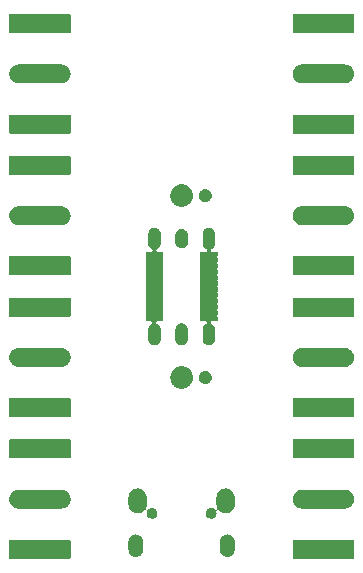
<source format=gts>
G04 #@! TF.GenerationSoftware,KiCad,Pcbnew,6.0.0-unknown-70ca025~86~ubuntu16.04.1*
G04 #@! TF.CreationDate,2019-07-17T04:15:05+00:00*
G04 #@! TF.ProjectId,usb-type-c-breakout,7573622d-7479-4706-952d-632d62726561,rev?*
G04 #@! TF.SameCoordinates,Original*
G04 #@! TF.FileFunction,Soldermask,Top*
G04 #@! TF.FilePolarity,Negative*
%FSLAX46Y46*%
G04 Gerber Fmt 4.6, Leading zero omitted, Abs format (unit mm)*
G04 Created by KiCad (PCBNEW 6.0.0-unknown-70ca025~86~ubuntu16.04.1) date 2019-07-17 04:15:05*
%MOMM*%
%LPD*%
G04 APERTURE LIST*
%ADD10C,0.100000*%
G04 APERTURE END LIST*
D10*
G36*
X114559899Y-121451959D02*
G01*
X114576769Y-121463231D01*
X114588041Y-121480101D01*
X114594448Y-121512312D01*
X114594448Y-122987688D01*
X114591999Y-123000000D01*
X114588041Y-123019899D01*
X114576769Y-123036769D01*
X114559899Y-123048041D01*
X114540000Y-123051999D01*
X114527688Y-123054448D01*
X109472312Y-123054448D01*
X109440101Y-123048041D01*
X109423231Y-123036769D01*
X109411959Y-123019899D01*
X109405552Y-122987688D01*
X109405552Y-121512312D01*
X109411959Y-121480101D01*
X109423231Y-121463231D01*
X109440101Y-121451959D01*
X109472312Y-121445552D01*
X114527688Y-121445552D01*
X114559899Y-121451959D01*
X114559899Y-121451959D01*
G37*
G36*
X90559899Y-121451959D02*
G01*
X90576769Y-121463231D01*
X90588041Y-121480101D01*
X90594448Y-121512312D01*
X90594448Y-122987688D01*
X90591999Y-123000000D01*
X90588041Y-123019899D01*
X90576769Y-123036769D01*
X90559899Y-123048041D01*
X90540000Y-123051999D01*
X90527688Y-123054448D01*
X85472312Y-123054448D01*
X85440101Y-123048041D01*
X85423231Y-123036769D01*
X85411959Y-123019899D01*
X85405552Y-122987688D01*
X85405552Y-121512312D01*
X85411959Y-121480101D01*
X85423231Y-121463231D01*
X85440101Y-121451959D01*
X85472312Y-121445552D01*
X90527688Y-121445552D01*
X90559899Y-121451959D01*
X90559899Y-121451959D01*
G37*
G36*
X96203147Y-121002620D02*
G01*
X96236612Y-121004696D01*
X96275034Y-121016333D01*
X96319982Y-121024907D01*
X96350030Y-121039047D01*
X96376317Y-121047008D01*
X96416290Y-121070226D01*
X96463093Y-121092250D01*
X96484038Y-121109577D01*
X96502545Y-121120327D01*
X96540539Y-121156319D01*
X96584961Y-121193068D01*
X96597389Y-121210173D01*
X96608517Y-121220715D01*
X96640588Y-121269632D01*
X96677928Y-121321025D01*
X96683485Y-121335059D01*
X96688555Y-121342793D01*
X96710684Y-121403758D01*
X96736152Y-121468083D01*
X96737283Y-121477038D01*
X96738361Y-121480007D01*
X96746769Y-121552126D01*
X96751000Y-121585618D01*
X96751000Y-122301080D01*
X96723040Y-122447652D01*
X96713945Y-122498200D01*
X96713071Y-122499912D01*
X96711666Y-122507277D01*
X96678573Y-122567473D01*
X96649352Y-122624699D01*
X96643006Y-122632169D01*
X96635469Y-122645878D01*
X96592335Y-122691812D01*
X96554838Y-122735947D01*
X96542054Y-122745355D01*
X96527198Y-122761175D01*
X96478955Y-122791791D01*
X96437269Y-122822468D01*
X96417074Y-122831061D01*
X96393655Y-122845923D01*
X96344967Y-122861743D01*
X96302946Y-122879623D01*
X96275337Y-122884367D01*
X96243232Y-122894799D01*
X96198112Y-122897638D01*
X96159085Y-122904344D01*
X96125066Y-122902233D01*
X96085381Y-122904730D01*
X96046853Y-122897380D01*
X96013388Y-122895304D01*
X95974966Y-122883667D01*
X95930018Y-122875093D01*
X95899970Y-122860953D01*
X95873683Y-122852992D01*
X95833712Y-122829775D01*
X95786907Y-122807750D01*
X95765959Y-122790420D01*
X95747458Y-122779674D01*
X95709480Y-122743697D01*
X95665039Y-122706932D01*
X95652605Y-122689818D01*
X95641482Y-122679281D01*
X95609420Y-122630380D01*
X95572072Y-122578974D01*
X95566515Y-122564940D01*
X95561445Y-122557206D01*
X95539316Y-122496241D01*
X95513848Y-122431916D01*
X95512717Y-122422961D01*
X95511639Y-122419992D01*
X95503231Y-122347873D01*
X95499000Y-122314381D01*
X95499000Y-121598920D01*
X95526958Y-121452360D01*
X95536055Y-121401799D01*
X95536929Y-121400087D01*
X95538334Y-121392723D01*
X95571422Y-121332537D01*
X95600649Y-121275300D01*
X95606997Y-121267828D01*
X95614532Y-121254122D01*
X95657652Y-121208203D01*
X95695159Y-121164055D01*
X95707947Y-121154644D01*
X95722802Y-121138825D01*
X95771044Y-121108210D01*
X95812731Y-121077532D01*
X95832926Y-121068939D01*
X95856345Y-121054077D01*
X95905033Y-121038257D01*
X95947054Y-121020377D01*
X95974663Y-121015633D01*
X96006768Y-121005201D01*
X96051888Y-121002362D01*
X96090915Y-120995656D01*
X96124934Y-120997767D01*
X96164619Y-120995270D01*
X96203147Y-121002620D01*
X96203147Y-121002620D01*
G37*
G36*
X103953147Y-121002620D02*
G01*
X103986612Y-121004696D01*
X104025034Y-121016333D01*
X104069982Y-121024907D01*
X104100030Y-121039047D01*
X104126317Y-121047008D01*
X104166290Y-121070226D01*
X104213093Y-121092250D01*
X104234038Y-121109577D01*
X104252545Y-121120327D01*
X104290539Y-121156319D01*
X104334961Y-121193068D01*
X104347389Y-121210173D01*
X104358517Y-121220715D01*
X104390588Y-121269632D01*
X104427928Y-121321025D01*
X104433485Y-121335059D01*
X104438555Y-121342793D01*
X104460684Y-121403758D01*
X104486152Y-121468083D01*
X104487283Y-121477038D01*
X104488361Y-121480007D01*
X104496769Y-121552126D01*
X104501000Y-121585618D01*
X104501000Y-122301080D01*
X104473040Y-122447652D01*
X104463945Y-122498200D01*
X104463071Y-122499912D01*
X104461666Y-122507277D01*
X104428573Y-122567473D01*
X104399352Y-122624699D01*
X104393006Y-122632169D01*
X104385469Y-122645878D01*
X104342335Y-122691812D01*
X104304838Y-122735947D01*
X104292054Y-122745355D01*
X104277198Y-122761175D01*
X104228955Y-122791791D01*
X104187269Y-122822468D01*
X104167074Y-122831061D01*
X104143655Y-122845923D01*
X104094967Y-122861743D01*
X104052946Y-122879623D01*
X104025337Y-122884367D01*
X103993232Y-122894799D01*
X103948112Y-122897638D01*
X103909085Y-122904344D01*
X103875066Y-122902233D01*
X103835381Y-122904730D01*
X103796853Y-122897380D01*
X103763388Y-122895304D01*
X103724966Y-122883667D01*
X103680018Y-122875093D01*
X103649970Y-122860953D01*
X103623683Y-122852992D01*
X103583712Y-122829775D01*
X103536907Y-122807750D01*
X103515959Y-122790420D01*
X103497458Y-122779674D01*
X103459480Y-122743697D01*
X103415039Y-122706932D01*
X103402605Y-122689818D01*
X103391482Y-122679281D01*
X103359420Y-122630380D01*
X103322072Y-122578974D01*
X103316515Y-122564940D01*
X103311445Y-122557206D01*
X103289316Y-122496241D01*
X103263848Y-122431916D01*
X103262717Y-122422961D01*
X103261639Y-122419992D01*
X103253231Y-122347873D01*
X103249000Y-122314381D01*
X103249000Y-121598920D01*
X103276958Y-121452360D01*
X103286055Y-121401799D01*
X103286929Y-121400087D01*
X103288334Y-121392723D01*
X103321422Y-121332537D01*
X103350649Y-121275300D01*
X103356997Y-121267828D01*
X103364532Y-121254122D01*
X103407652Y-121208203D01*
X103445159Y-121164055D01*
X103457947Y-121154644D01*
X103472802Y-121138825D01*
X103521044Y-121108210D01*
X103562731Y-121077532D01*
X103582926Y-121068939D01*
X103606345Y-121054077D01*
X103655033Y-121038257D01*
X103697054Y-121020377D01*
X103724663Y-121015633D01*
X103756768Y-121005201D01*
X103801888Y-121002362D01*
X103840915Y-120995656D01*
X103874934Y-120997767D01*
X103914619Y-120995270D01*
X103953147Y-121002620D01*
X103953147Y-121002620D01*
G37*
G36*
X103771478Y-117099001D02*
G01*
X103806563Y-117099001D01*
X103851395Y-117108530D01*
X103903321Y-117114722D01*
X103937080Y-117126743D01*
X103966116Y-117132915D01*
X104012871Y-117153731D01*
X104067328Y-117173123D01*
X104092959Y-117189389D01*
X104115137Y-117199263D01*
X104160826Y-117232459D01*
X104214321Y-117266407D01*
X104231856Y-117284065D01*
X104247105Y-117295144D01*
X104288385Y-117340990D01*
X104336994Y-117389939D01*
X104347276Y-117406394D01*
X104356255Y-117416366D01*
X104389639Y-117474190D01*
X104429250Y-117537580D01*
X104433828Y-117550727D01*
X104437816Y-117557634D01*
X104459862Y-117625487D01*
X104486504Y-117701991D01*
X104487445Y-117710378D01*
X104488223Y-117712773D01*
X104495806Y-117784920D01*
X104501000Y-117831226D01*
X104501000Y-118466176D01*
X104500544Y-118469997D01*
X104488223Y-118587227D01*
X104485605Y-118595286D01*
X104484014Y-118608625D01*
X104458447Y-118678869D01*
X104437816Y-118742366D01*
X104431106Y-118753989D01*
X104424470Y-118772220D01*
X104387109Y-118830193D01*
X104356255Y-118883634D01*
X104343640Y-118897644D01*
X104330162Y-118918558D01*
X104284898Y-118962883D01*
X104247106Y-119004855D01*
X104227465Y-119019125D01*
X104205775Y-119040365D01*
X104156537Y-119070657D01*
X104115134Y-119100737D01*
X104088016Y-119112811D01*
X104057494Y-119131588D01*
X104007992Y-119148440D01*
X103966115Y-119167085D01*
X103931794Y-119174380D01*
X103892688Y-119187693D01*
X103846149Y-119192584D01*
X103806562Y-119200999D01*
X103766092Y-119200999D01*
X103719548Y-119205891D01*
X103678522Y-119200999D01*
X103643437Y-119200999D01*
X103598605Y-119191470D01*
X103546679Y-119185278D01*
X103512920Y-119173257D01*
X103483884Y-119167085D01*
X103437129Y-119146269D01*
X103382672Y-119126877D01*
X103357041Y-119110611D01*
X103334863Y-119100737D01*
X103289174Y-119067541D01*
X103235679Y-119033593D01*
X103218144Y-119015935D01*
X103202895Y-119004856D01*
X103161612Y-118959007D01*
X103137152Y-118934375D01*
X103082310Y-118900588D01*
X103011890Y-118901930D01*
X102953374Y-118941130D01*
X102925341Y-119005743D01*
X102933900Y-119069008D01*
X102939391Y-119082264D01*
X102940081Y-119087508D01*
X102945110Y-119100506D01*
X102948970Y-119155025D01*
X102954891Y-119200000D01*
X102953111Y-119213517D01*
X102954688Y-119235785D01*
X102944253Y-119280802D01*
X102939391Y-119317736D01*
X102930993Y-119338011D01*
X102924065Y-119367899D01*
X102905060Y-119400619D01*
X102893948Y-119427446D01*
X102875555Y-119451416D01*
X102855950Y-119485169D01*
X102834296Y-119505186D01*
X102821657Y-119521657D01*
X102791173Y-119545048D01*
X102756363Y-119577226D01*
X102737321Y-119586370D01*
X102727445Y-119593948D01*
X102684465Y-119611751D01*
X102634110Y-119635931D01*
X102621519Y-119637824D01*
X102617736Y-119639391D01*
X102564348Y-119646419D01*
X102533882Y-119651000D01*
X102470445Y-119651000D01*
X102382264Y-119639391D01*
X102324232Y-119615353D01*
X102299346Y-119609585D01*
X102282953Y-119598255D01*
X102272555Y-119593948D01*
X102234755Y-119564943D01*
X102187782Y-119532478D01*
X102180642Y-119523421D01*
X102178343Y-119521657D01*
X102145183Y-119478442D01*
X102103822Y-119425976D01*
X102080881Y-119366677D01*
X102060609Y-119317736D01*
X102059919Y-119312492D01*
X102054890Y-119299494D01*
X102051030Y-119244975D01*
X102045109Y-119200000D01*
X102046889Y-119186483D01*
X102045312Y-119164215D01*
X102055747Y-119119198D01*
X102060609Y-119082264D01*
X102069007Y-119061989D01*
X102075935Y-119032101D01*
X102094940Y-118999381D01*
X102106052Y-118972554D01*
X102124445Y-118948584D01*
X102144050Y-118914831D01*
X102165704Y-118894814D01*
X102178343Y-118878343D01*
X102208827Y-118854952D01*
X102243637Y-118822774D01*
X102262679Y-118813630D01*
X102272555Y-118806052D01*
X102315535Y-118788249D01*
X102365890Y-118764069D01*
X102378481Y-118762176D01*
X102382264Y-118760609D01*
X102435652Y-118753581D01*
X102466118Y-118749000D01*
X102529555Y-118749000D01*
X102617736Y-118760609D01*
X102675768Y-118784647D01*
X102700654Y-118790415D01*
X102717047Y-118801745D01*
X102727445Y-118806052D01*
X102765239Y-118835053D01*
X102812218Y-118867522D01*
X102817454Y-118874163D01*
X102880638Y-118898591D01*
X102949635Y-118884439D01*
X103000027Y-118835232D01*
X103009920Y-118735399D01*
X102990128Y-118674485D01*
X102963496Y-118598008D01*
X102962556Y-118589624D01*
X102961777Y-118587228D01*
X102954193Y-118515067D01*
X102949000Y-118468773D01*
X102949000Y-117833824D01*
X102949456Y-117830003D01*
X102961777Y-117712773D01*
X102964395Y-117704714D01*
X102965986Y-117691375D01*
X102991553Y-117621131D01*
X103012184Y-117557634D01*
X103018894Y-117546012D01*
X103025530Y-117527780D01*
X103062897Y-117469799D01*
X103093746Y-117416367D01*
X103106359Y-117402359D01*
X103119839Y-117381442D01*
X103165110Y-117337110D01*
X103202898Y-117295142D01*
X103222536Y-117280874D01*
X103244225Y-117259635D01*
X103293456Y-117229348D01*
X103334863Y-117199264D01*
X103361986Y-117187188D01*
X103392506Y-117168412D01*
X103442007Y-117151560D01*
X103483885Y-117132915D01*
X103518206Y-117125620D01*
X103557312Y-117112307D01*
X103603851Y-117107416D01*
X103643438Y-117099001D01*
X103683908Y-117099001D01*
X103730452Y-117094109D01*
X103771478Y-117099001D01*
X103771478Y-117099001D01*
G37*
G36*
X96321478Y-117099001D02*
G01*
X96356563Y-117099001D01*
X96401395Y-117108530D01*
X96453321Y-117114722D01*
X96487080Y-117126743D01*
X96516116Y-117132915D01*
X96562871Y-117153731D01*
X96617328Y-117173123D01*
X96642959Y-117189389D01*
X96665137Y-117199263D01*
X96710826Y-117232459D01*
X96764321Y-117266407D01*
X96781856Y-117284065D01*
X96797105Y-117295144D01*
X96838385Y-117340990D01*
X96886994Y-117389939D01*
X96897276Y-117406394D01*
X96906255Y-117416366D01*
X96939639Y-117474190D01*
X96979250Y-117537580D01*
X96983828Y-117550727D01*
X96987816Y-117557634D01*
X97009862Y-117625487D01*
X97036504Y-117701991D01*
X97037445Y-117710378D01*
X97038223Y-117712773D01*
X97045806Y-117784920D01*
X97051000Y-117831226D01*
X97051000Y-118466176D01*
X97050544Y-118469997D01*
X97038223Y-118587227D01*
X97035605Y-118595286D01*
X97034014Y-118608625D01*
X97008445Y-118678875D01*
X96990080Y-118735397D01*
X96988069Y-118805801D01*
X97024440Y-118866116D01*
X97087646Y-118897192D01*
X97185055Y-118873193D01*
X97208826Y-118854953D01*
X97243637Y-118822774D01*
X97262679Y-118813630D01*
X97272555Y-118806052D01*
X97315535Y-118788249D01*
X97365890Y-118764069D01*
X97378481Y-118762176D01*
X97382264Y-118760609D01*
X97435652Y-118753581D01*
X97466118Y-118749000D01*
X97529555Y-118749000D01*
X97617736Y-118760609D01*
X97675768Y-118784647D01*
X97700654Y-118790415D01*
X97717047Y-118801745D01*
X97727445Y-118806052D01*
X97765245Y-118835057D01*
X97812218Y-118867522D01*
X97819358Y-118876579D01*
X97821657Y-118878343D01*
X97854817Y-118921558D01*
X97896178Y-118974024D01*
X97919119Y-119033323D01*
X97939391Y-119082264D01*
X97940081Y-119087508D01*
X97945110Y-119100506D01*
X97948970Y-119155025D01*
X97954891Y-119200000D01*
X97953111Y-119213517D01*
X97954688Y-119235785D01*
X97944253Y-119280802D01*
X97939391Y-119317736D01*
X97930993Y-119338011D01*
X97924065Y-119367899D01*
X97905060Y-119400619D01*
X97893948Y-119427446D01*
X97875555Y-119451416D01*
X97855950Y-119485169D01*
X97834296Y-119505186D01*
X97821657Y-119521657D01*
X97791173Y-119545048D01*
X97756363Y-119577226D01*
X97737321Y-119586370D01*
X97727445Y-119593948D01*
X97684465Y-119611751D01*
X97634110Y-119635931D01*
X97621519Y-119637824D01*
X97617736Y-119639391D01*
X97564348Y-119646419D01*
X97533882Y-119651000D01*
X97470445Y-119651000D01*
X97382264Y-119639391D01*
X97324232Y-119615353D01*
X97299346Y-119609585D01*
X97282953Y-119598255D01*
X97272555Y-119593948D01*
X97234755Y-119564943D01*
X97187782Y-119532478D01*
X97180642Y-119523421D01*
X97178343Y-119521657D01*
X97145183Y-119478442D01*
X97103822Y-119425976D01*
X97080881Y-119366677D01*
X97060609Y-119317736D01*
X97059919Y-119312492D01*
X97054890Y-119299494D01*
X97051030Y-119244975D01*
X97045109Y-119200000D01*
X97046889Y-119186483D01*
X97045312Y-119164215D01*
X97055747Y-119119198D01*
X97060609Y-119082264D01*
X97066100Y-119069008D01*
X97073629Y-118998979D01*
X97042102Y-118935997D01*
X96981529Y-118900057D01*
X96911142Y-118902571D01*
X96866957Y-118931489D01*
X96834895Y-118962886D01*
X96797106Y-119004855D01*
X96777465Y-119019125D01*
X96755775Y-119040365D01*
X96706537Y-119070657D01*
X96665134Y-119100737D01*
X96638016Y-119112811D01*
X96607494Y-119131588D01*
X96557992Y-119148440D01*
X96516115Y-119167085D01*
X96481794Y-119174380D01*
X96442688Y-119187693D01*
X96396149Y-119192584D01*
X96356562Y-119200999D01*
X96316092Y-119200999D01*
X96269548Y-119205891D01*
X96228522Y-119200999D01*
X96193437Y-119200999D01*
X96148605Y-119191470D01*
X96096679Y-119185278D01*
X96062920Y-119173257D01*
X96033884Y-119167085D01*
X95987129Y-119146269D01*
X95932672Y-119126877D01*
X95907041Y-119110611D01*
X95884863Y-119100737D01*
X95839174Y-119067541D01*
X95785679Y-119033593D01*
X95768144Y-119015935D01*
X95752895Y-119004856D01*
X95711612Y-118959007D01*
X95663006Y-118910060D01*
X95652724Y-118893605D01*
X95643744Y-118883632D01*
X95610353Y-118825798D01*
X95570750Y-118762419D01*
X95566173Y-118749275D01*
X95562185Y-118742368D01*
X95540138Y-118674513D01*
X95513496Y-118598008D01*
X95512555Y-118589621D01*
X95511777Y-118587226D01*
X95504194Y-118515079D01*
X95499000Y-118468773D01*
X95499000Y-117833824D01*
X95499456Y-117830003D01*
X95511777Y-117712773D01*
X95514395Y-117704714D01*
X95515986Y-117691375D01*
X95541553Y-117621131D01*
X95562184Y-117557634D01*
X95568894Y-117546012D01*
X95575530Y-117527780D01*
X95612897Y-117469799D01*
X95643746Y-117416367D01*
X95656359Y-117402359D01*
X95669839Y-117381442D01*
X95715110Y-117337110D01*
X95752898Y-117295142D01*
X95772536Y-117280874D01*
X95794225Y-117259635D01*
X95843456Y-117229348D01*
X95884863Y-117199264D01*
X95911986Y-117187188D01*
X95942506Y-117168412D01*
X95992007Y-117151560D01*
X96033885Y-117132915D01*
X96068206Y-117125620D01*
X96107312Y-117112307D01*
X96153851Y-117107416D01*
X96193438Y-117099001D01*
X96233908Y-117099001D01*
X96280452Y-117094109D01*
X96321478Y-117099001D01*
X96321478Y-117099001D01*
G37*
G36*
X89836429Y-117199468D02*
G01*
X89957453Y-117212189D01*
X89965768Y-117214891D01*
X89979541Y-117216533D01*
X90052072Y-117242932D01*
X90117593Y-117264221D01*
X90129585Y-117271145D01*
X90148406Y-117277995D01*
X90208253Y-117316564D01*
X90263407Y-117348407D01*
X90277867Y-117361427D01*
X90299459Y-117375342D01*
X90345217Y-117422069D01*
X90388539Y-117461076D01*
X90403268Y-117481349D01*
X90425190Y-117503735D01*
X90456452Y-117554551D01*
X90487506Y-117597293D01*
X90499971Y-117625290D01*
X90519352Y-117656793D01*
X90536745Y-117707886D01*
X90555991Y-117751112D01*
X90563522Y-117786541D01*
X90577264Y-117826909D01*
X90582313Y-117874949D01*
X90590999Y-117915813D01*
X90590999Y-117957589D01*
X90596048Y-118005627D01*
X90590999Y-118047970D01*
X90590999Y-118084187D01*
X90581162Y-118130465D01*
X90574771Y-118184066D01*
X90562362Y-118218914D01*
X90555991Y-118248888D01*
X90534504Y-118297150D01*
X90514489Y-118353357D01*
X90497700Y-118379812D01*
X90487507Y-118402706D01*
X90453236Y-118449876D01*
X90418199Y-118505085D01*
X90399977Y-118523180D01*
X90388537Y-118538926D01*
X90341202Y-118581547D01*
X90290687Y-118631710D01*
X90273702Y-118642323D01*
X90263407Y-118651593D01*
X90203709Y-118686060D01*
X90138290Y-118726938D01*
X90124723Y-118731663D01*
X90117593Y-118735779D01*
X90047565Y-118758532D01*
X89968583Y-118786037D01*
X89959923Y-118787008D01*
X89957453Y-118787811D01*
X89882978Y-118795639D01*
X89835183Y-118801000D01*
X86167498Y-118801000D01*
X86163571Y-118800532D01*
X86042547Y-118787811D01*
X86034232Y-118785109D01*
X86020459Y-118783467D01*
X85947928Y-118757068D01*
X85882407Y-118735779D01*
X85870415Y-118728855D01*
X85851594Y-118722005D01*
X85791747Y-118683436D01*
X85736593Y-118651593D01*
X85722133Y-118638573D01*
X85700541Y-118624658D01*
X85654783Y-118577931D01*
X85611461Y-118538924D01*
X85596732Y-118518651D01*
X85574810Y-118496265D01*
X85543548Y-118445449D01*
X85512494Y-118402707D01*
X85500029Y-118374710D01*
X85480648Y-118343207D01*
X85463255Y-118292114D01*
X85444009Y-118248888D01*
X85436478Y-118213459D01*
X85422736Y-118173091D01*
X85417687Y-118125051D01*
X85409001Y-118084187D01*
X85409001Y-118042411D01*
X85403952Y-117994373D01*
X85409001Y-117952030D01*
X85409001Y-117915813D01*
X85418838Y-117869535D01*
X85425229Y-117815934D01*
X85437638Y-117781086D01*
X85444009Y-117751112D01*
X85465496Y-117702850D01*
X85485511Y-117646643D01*
X85502300Y-117620188D01*
X85512493Y-117597294D01*
X85546764Y-117550124D01*
X85581801Y-117494915D01*
X85600023Y-117476820D01*
X85611463Y-117461074D01*
X85658798Y-117418453D01*
X85709313Y-117368290D01*
X85726298Y-117357677D01*
X85736593Y-117348407D01*
X85796291Y-117313940D01*
X85861710Y-117273062D01*
X85875277Y-117268337D01*
X85882407Y-117264221D01*
X85952435Y-117241468D01*
X86031417Y-117213963D01*
X86040077Y-117212992D01*
X86042547Y-117212189D01*
X86117022Y-117204361D01*
X86164817Y-117199000D01*
X89832502Y-117199000D01*
X89836429Y-117199468D01*
X89836429Y-117199468D01*
G37*
G36*
X113836429Y-117199468D02*
G01*
X113957453Y-117212189D01*
X113965768Y-117214891D01*
X113979541Y-117216533D01*
X114052072Y-117242932D01*
X114117593Y-117264221D01*
X114129585Y-117271145D01*
X114148406Y-117277995D01*
X114208253Y-117316564D01*
X114263407Y-117348407D01*
X114277867Y-117361427D01*
X114299459Y-117375342D01*
X114345217Y-117422069D01*
X114388539Y-117461076D01*
X114403268Y-117481349D01*
X114425190Y-117503735D01*
X114456452Y-117554551D01*
X114487506Y-117597293D01*
X114499971Y-117625290D01*
X114519352Y-117656793D01*
X114536745Y-117707886D01*
X114555991Y-117751112D01*
X114563522Y-117786541D01*
X114577264Y-117826909D01*
X114582313Y-117874949D01*
X114590999Y-117915813D01*
X114590999Y-117957589D01*
X114596048Y-118005627D01*
X114590999Y-118047970D01*
X114590999Y-118084187D01*
X114581162Y-118130465D01*
X114574771Y-118184066D01*
X114562362Y-118218914D01*
X114555991Y-118248888D01*
X114534504Y-118297150D01*
X114514489Y-118353357D01*
X114497700Y-118379812D01*
X114487507Y-118402706D01*
X114453236Y-118449876D01*
X114418199Y-118505085D01*
X114399977Y-118523180D01*
X114388537Y-118538926D01*
X114341202Y-118581547D01*
X114290687Y-118631710D01*
X114273702Y-118642323D01*
X114263407Y-118651593D01*
X114203709Y-118686060D01*
X114138290Y-118726938D01*
X114124723Y-118731663D01*
X114117593Y-118735779D01*
X114047565Y-118758532D01*
X113968583Y-118786037D01*
X113959923Y-118787008D01*
X113957453Y-118787811D01*
X113882978Y-118795639D01*
X113835183Y-118801000D01*
X110167498Y-118801000D01*
X110163571Y-118800532D01*
X110042547Y-118787811D01*
X110034232Y-118785109D01*
X110020459Y-118783467D01*
X109947928Y-118757068D01*
X109882407Y-118735779D01*
X109870415Y-118728855D01*
X109851594Y-118722005D01*
X109791747Y-118683436D01*
X109736593Y-118651593D01*
X109722133Y-118638573D01*
X109700541Y-118624658D01*
X109654783Y-118577931D01*
X109611461Y-118538924D01*
X109596732Y-118518651D01*
X109574810Y-118496265D01*
X109543548Y-118445449D01*
X109512494Y-118402707D01*
X109500029Y-118374710D01*
X109480648Y-118343207D01*
X109463255Y-118292114D01*
X109444009Y-118248888D01*
X109436478Y-118213459D01*
X109422736Y-118173091D01*
X109417687Y-118125051D01*
X109409001Y-118084187D01*
X109409001Y-118042411D01*
X109403952Y-117994373D01*
X109409001Y-117952030D01*
X109409001Y-117915813D01*
X109418838Y-117869535D01*
X109425229Y-117815934D01*
X109437638Y-117781086D01*
X109444009Y-117751112D01*
X109465496Y-117702850D01*
X109485511Y-117646643D01*
X109502300Y-117620188D01*
X109512493Y-117597294D01*
X109546764Y-117550124D01*
X109581801Y-117494915D01*
X109600023Y-117476820D01*
X109611463Y-117461074D01*
X109658798Y-117418453D01*
X109709313Y-117368290D01*
X109726298Y-117357677D01*
X109736593Y-117348407D01*
X109796291Y-117313940D01*
X109861710Y-117273062D01*
X109875277Y-117268337D01*
X109882407Y-117264221D01*
X109952435Y-117241468D01*
X110031417Y-117213963D01*
X110040077Y-117212992D01*
X110042547Y-117212189D01*
X110117022Y-117204361D01*
X110164817Y-117199000D01*
X113832502Y-117199000D01*
X113836429Y-117199468D01*
X113836429Y-117199468D01*
G37*
G36*
X90559899Y-112951959D02*
G01*
X90576769Y-112963231D01*
X90588041Y-112980101D01*
X90594448Y-113012312D01*
X90594448Y-114487688D01*
X90591999Y-114500000D01*
X90588041Y-114519899D01*
X90576769Y-114536769D01*
X90559899Y-114548041D01*
X90540000Y-114551999D01*
X90527688Y-114554448D01*
X85472312Y-114554448D01*
X85440101Y-114548041D01*
X85423231Y-114536769D01*
X85411959Y-114519899D01*
X85405552Y-114487688D01*
X85405552Y-113012312D01*
X85411959Y-112980101D01*
X85423231Y-112963231D01*
X85440101Y-112951959D01*
X85472312Y-112945552D01*
X90527688Y-112945552D01*
X90559899Y-112951959D01*
X90559899Y-112951959D01*
G37*
G36*
X114559899Y-112951959D02*
G01*
X114576769Y-112963231D01*
X114588041Y-112980101D01*
X114594448Y-113012312D01*
X114594448Y-114487688D01*
X114591999Y-114500000D01*
X114588041Y-114519899D01*
X114576769Y-114536769D01*
X114559899Y-114548041D01*
X114540000Y-114551999D01*
X114527688Y-114554448D01*
X109472312Y-114554448D01*
X109440101Y-114548041D01*
X109423231Y-114536769D01*
X109411959Y-114519899D01*
X109405552Y-114487688D01*
X109405552Y-113012312D01*
X109411959Y-112980101D01*
X109423231Y-112963231D01*
X109440101Y-112951959D01*
X109472312Y-112945552D01*
X114527688Y-112945552D01*
X114559899Y-112951959D01*
X114559899Y-112951959D01*
G37*
G36*
X90559899Y-109451959D02*
G01*
X90576769Y-109463231D01*
X90588041Y-109480101D01*
X90594448Y-109512312D01*
X90594448Y-110987688D01*
X90591999Y-111000000D01*
X90588041Y-111019899D01*
X90576769Y-111036769D01*
X90559899Y-111048041D01*
X90540000Y-111051999D01*
X90527688Y-111054448D01*
X85472312Y-111054448D01*
X85440101Y-111048041D01*
X85423231Y-111036769D01*
X85411959Y-111019899D01*
X85405552Y-110987688D01*
X85405552Y-109512312D01*
X85411959Y-109480101D01*
X85423231Y-109463231D01*
X85440101Y-109451959D01*
X85472312Y-109445552D01*
X90527688Y-109445552D01*
X90559899Y-109451959D01*
X90559899Y-109451959D01*
G37*
G36*
X114559899Y-109451959D02*
G01*
X114576769Y-109463231D01*
X114588041Y-109480101D01*
X114594448Y-109512312D01*
X114594448Y-110987688D01*
X114591999Y-111000000D01*
X114588041Y-111019899D01*
X114576769Y-111036769D01*
X114559899Y-111048041D01*
X114540000Y-111051999D01*
X114527688Y-111054448D01*
X109472312Y-111054448D01*
X109440101Y-111048041D01*
X109423231Y-111036769D01*
X109411959Y-111019899D01*
X109405552Y-110987688D01*
X109405552Y-109512312D01*
X109411959Y-109480101D01*
X109423231Y-109463231D01*
X109440101Y-109451959D01*
X109472312Y-109445552D01*
X114527688Y-109445552D01*
X114559899Y-109451959D01*
X114559899Y-109451959D01*
G37*
G36*
X100096675Y-106752627D02*
G01*
X100137905Y-106754680D01*
X100186080Y-106766468D01*
X100240954Y-106774963D01*
X100279728Y-106789383D01*
X100314176Y-106797812D01*
X100364544Y-106820925D01*
X100422037Y-106842307D01*
X100452173Y-106861138D01*
X100479107Y-106873498D01*
X100528922Y-106909097D01*
X100585880Y-106944688D01*
X100607387Y-106965168D01*
X100626749Y-106979005D01*
X100672931Y-107027585D01*
X100725790Y-107077922D01*
X100739404Y-107097511D01*
X100751782Y-107110531D01*
X100791083Y-107171866D01*
X100836052Y-107236569D01*
X100843145Y-107253119D01*
X100849683Y-107263322D01*
X100878818Y-107336349D01*
X100912162Y-107414146D01*
X100914606Y-107426051D01*
X100916928Y-107431872D01*
X100932813Y-107514748D01*
X100951010Y-107603400D01*
X100950988Y-107609580D01*
X100951056Y-107609932D01*
X100950404Y-107796704D01*
X100950335Y-107797053D01*
X100950313Y-107803237D01*
X100931491Y-107891785D01*
X100915034Y-107974522D01*
X100912671Y-107980327D01*
X100910144Y-107992215D01*
X100876246Y-108069806D01*
X100846613Y-108142599D01*
X100840009Y-108152748D01*
X100832797Y-108169257D01*
X100787357Y-108233672D01*
X100747645Y-108294707D01*
X100735180Y-108307637D01*
X100721430Y-108327129D01*
X100668221Y-108377096D01*
X100621704Y-108425349D01*
X100602248Y-108439048D01*
X100580593Y-108459384D01*
X100523380Y-108494582D01*
X100473323Y-108529828D01*
X100446302Y-108542000D01*
X100416039Y-108560618D01*
X100358399Y-108581597D01*
X100307868Y-108604360D01*
X100273362Y-108612549D01*
X100234490Y-108626697D01*
X100179568Y-108634807D01*
X100131307Y-108646260D01*
X100090057Y-108648025D01*
X100043363Y-108654920D01*
X99993741Y-108652146D01*
X99950000Y-108654017D01*
X99903403Y-108647095D01*
X99850464Y-108644135D01*
X99808057Y-108632931D01*
X99770504Y-108627352D01*
X99720566Y-108609815D01*
X99663673Y-108594783D01*
X99629600Y-108577869D01*
X99599288Y-108567224D01*
X99548557Y-108537639D01*
X99490621Y-108508879D01*
X99465245Y-108489053D01*
X99442528Y-108475805D01*
X99393930Y-108433335D01*
X99338378Y-108389933D01*
X99321292Y-108369857D01*
X99305884Y-108356392D01*
X99262628Y-108300928D01*
X99213161Y-108242804D01*
X99203277Y-108224825D01*
X99194285Y-108213295D01*
X99159661Y-108145488D01*
X99120086Y-108073501D01*
X99115749Y-108059492D01*
X99111760Y-108051679D01*
X99088983Y-107973022D01*
X99062955Y-107888941D01*
X99062095Y-107880173D01*
X99061285Y-107877375D01*
X99053295Y-107790423D01*
X99044102Y-107696663D01*
X99053949Y-107602976D01*
X99062546Y-107516079D01*
X99063376Y-107513287D01*
X99064297Y-107504521D01*
X99090920Y-107420594D01*
X99114237Y-107342129D01*
X99118280Y-107334346D01*
X99122715Y-107320365D01*
X99162811Y-107248621D01*
X99197891Y-107181090D01*
X99206956Y-107169632D01*
X99216969Y-107151716D01*
X99266849Y-107093930D01*
X99310484Y-107038776D01*
X99325984Y-107025420D01*
X99343210Y-107005464D01*
X99399069Y-106962447D01*
X99447959Y-106920321D01*
X99470768Y-106907232D01*
X99496281Y-106887584D01*
X99554401Y-106859237D01*
X99605350Y-106829999D01*
X99635746Y-106819562D01*
X99669928Y-106802891D01*
X99726921Y-106788258D01*
X99776983Y-106771069D01*
X99814572Y-106765753D01*
X99857059Y-106754844D01*
X99910020Y-106752254D01*
X99956663Y-106745657D01*
X100000388Y-106747834D01*
X100050028Y-106745406D01*
X100096675Y-106752627D01*
X100096675Y-106752627D01*
G37*
G36*
X102017381Y-107146783D02*
G01*
X102040734Y-107145314D01*
X102091992Y-107156209D01*
X102135218Y-107161670D01*
X102156974Y-107170021D01*
X102188399Y-107176701D01*
X102227154Y-107196961D01*
X102259724Y-107209464D01*
X102285993Y-107227721D01*
X102322185Y-107246642D01*
X102347727Y-107270628D01*
X102369239Y-107285579D01*
X102396135Y-107316086D01*
X102432233Y-107349985D01*
X102445865Y-107372493D01*
X102457433Y-107385615D01*
X102480289Y-107429334D01*
X102510437Y-107479114D01*
X102515164Y-107496043D01*
X102519220Y-107503802D01*
X102533047Y-107560095D01*
X102551034Y-107624518D01*
X102549333Y-107787006D01*
X102529987Y-107851082D01*
X102514997Y-107907026D01*
X102510781Y-107914695D01*
X102505699Y-107931527D01*
X102474508Y-107980676D01*
X102450747Y-108023898D01*
X102438908Y-108036772D01*
X102424808Y-108058991D01*
X102388006Y-108092128D01*
X102360478Y-108122064D01*
X102338657Y-108136562D01*
X102312620Y-108160006D01*
X102276045Y-108178162D01*
X102249394Y-108195869D01*
X102216565Y-108207688D01*
X102177399Y-108227130D01*
X102145839Y-108233150D01*
X102123916Y-108241043D01*
X102080593Y-108245597D01*
X102029108Y-108255418D01*
X102005787Y-108253460D01*
X101991284Y-108254984D01*
X101939548Y-108247897D01*
X101878673Y-108242785D01*
X101864937Y-108237677D01*
X101859150Y-108236884D01*
X101802595Y-108214492D01*
X101737177Y-108190163D01*
X101678252Y-108147352D01*
X101626441Y-108110532D01*
X101624537Y-108108326D01*
X101615044Y-108101429D01*
X101575302Y-108051287D01*
X101539300Y-108009579D01*
X101534001Y-107999179D01*
X101521272Y-107983119D01*
X101499838Y-107932129D01*
X101478754Y-107890749D01*
X101474096Y-107870892D01*
X101462771Y-107843950D01*
X101456928Y-107797696D01*
X101448299Y-107760909D01*
X101448604Y-107731808D01*
X101443850Y-107694176D01*
X101449392Y-107656647D01*
X101449697Y-107627552D01*
X101459092Y-107590961D01*
X101465904Y-107544831D01*
X101477791Y-107518132D01*
X101482864Y-107498375D01*
X101504815Y-107457436D01*
X101527307Y-107406918D01*
X101540366Y-107391132D01*
X101545883Y-107380843D01*
X101582753Y-107339895D01*
X101623535Y-107290598D01*
X101633171Y-107283901D01*
X101635122Y-107281734D01*
X101687700Y-107246002D01*
X101747500Y-107204440D01*
X101813435Y-107181479D01*
X101870424Y-107160285D01*
X101876223Y-107159614D01*
X101890067Y-107154793D01*
X101951037Y-107150957D01*
X102002909Y-107144955D01*
X102017381Y-107146783D01*
X102017381Y-107146783D01*
G37*
G36*
X113836429Y-105199468D02*
G01*
X113957453Y-105212189D01*
X113965768Y-105214891D01*
X113979541Y-105216533D01*
X114052072Y-105242932D01*
X114117593Y-105264221D01*
X114129585Y-105271145D01*
X114148406Y-105277995D01*
X114208253Y-105316564D01*
X114263407Y-105348407D01*
X114277867Y-105361427D01*
X114299459Y-105375342D01*
X114345217Y-105422069D01*
X114388539Y-105461076D01*
X114403268Y-105481349D01*
X114425190Y-105503735D01*
X114456452Y-105554551D01*
X114487506Y-105597293D01*
X114499971Y-105625290D01*
X114519352Y-105656793D01*
X114536745Y-105707886D01*
X114555991Y-105751112D01*
X114563522Y-105786541D01*
X114577264Y-105826909D01*
X114582313Y-105874949D01*
X114590999Y-105915813D01*
X114590999Y-105957589D01*
X114596048Y-106005627D01*
X114590999Y-106047970D01*
X114590999Y-106084187D01*
X114581162Y-106130465D01*
X114574771Y-106184066D01*
X114562362Y-106218914D01*
X114555991Y-106248888D01*
X114534504Y-106297150D01*
X114514489Y-106353357D01*
X114497700Y-106379812D01*
X114487507Y-106402706D01*
X114453236Y-106449876D01*
X114418199Y-106505085D01*
X114399977Y-106523180D01*
X114388537Y-106538926D01*
X114341202Y-106581547D01*
X114290687Y-106631710D01*
X114273702Y-106642323D01*
X114263407Y-106651593D01*
X114203709Y-106686060D01*
X114138290Y-106726938D01*
X114124723Y-106731663D01*
X114117593Y-106735779D01*
X114047565Y-106758532D01*
X113968583Y-106786037D01*
X113959923Y-106787008D01*
X113957453Y-106787811D01*
X113882978Y-106795639D01*
X113835183Y-106801000D01*
X110167498Y-106801000D01*
X110163571Y-106800532D01*
X110042547Y-106787811D01*
X110034232Y-106785109D01*
X110020459Y-106783467D01*
X109947928Y-106757068D01*
X109882407Y-106735779D01*
X109870415Y-106728855D01*
X109851594Y-106722005D01*
X109791747Y-106683436D01*
X109736593Y-106651593D01*
X109722133Y-106638573D01*
X109700541Y-106624658D01*
X109654783Y-106577931D01*
X109611461Y-106538924D01*
X109596732Y-106518651D01*
X109574810Y-106496265D01*
X109543548Y-106445449D01*
X109512494Y-106402707D01*
X109500029Y-106374710D01*
X109480648Y-106343207D01*
X109463255Y-106292114D01*
X109444009Y-106248888D01*
X109436478Y-106213459D01*
X109422736Y-106173091D01*
X109417687Y-106125051D01*
X109409001Y-106084187D01*
X109409001Y-106042411D01*
X109403952Y-105994373D01*
X109409001Y-105952030D01*
X109409001Y-105915813D01*
X109418838Y-105869535D01*
X109425229Y-105815934D01*
X109437638Y-105781086D01*
X109444009Y-105751112D01*
X109465496Y-105702850D01*
X109485511Y-105646643D01*
X109502300Y-105620188D01*
X109512493Y-105597294D01*
X109546764Y-105550124D01*
X109581801Y-105494915D01*
X109600023Y-105476820D01*
X109611463Y-105461074D01*
X109658798Y-105418453D01*
X109709313Y-105368290D01*
X109726298Y-105357677D01*
X109736593Y-105348407D01*
X109796291Y-105313940D01*
X109861710Y-105273062D01*
X109875277Y-105268337D01*
X109882407Y-105264221D01*
X109952435Y-105241468D01*
X110031417Y-105213963D01*
X110040077Y-105212992D01*
X110042547Y-105212189D01*
X110117022Y-105204361D01*
X110164817Y-105199000D01*
X113832502Y-105199000D01*
X113836429Y-105199468D01*
X113836429Y-105199468D01*
G37*
G36*
X89836429Y-105199468D02*
G01*
X89957453Y-105212189D01*
X89965768Y-105214891D01*
X89979541Y-105216533D01*
X90052072Y-105242932D01*
X90117593Y-105264221D01*
X90129585Y-105271145D01*
X90148406Y-105277995D01*
X90208253Y-105316564D01*
X90263407Y-105348407D01*
X90277867Y-105361427D01*
X90299459Y-105375342D01*
X90345217Y-105422069D01*
X90388539Y-105461076D01*
X90403268Y-105481349D01*
X90425190Y-105503735D01*
X90456452Y-105554551D01*
X90487506Y-105597293D01*
X90499971Y-105625290D01*
X90519352Y-105656793D01*
X90536745Y-105707886D01*
X90555991Y-105751112D01*
X90563522Y-105786541D01*
X90577264Y-105826909D01*
X90582313Y-105874949D01*
X90590999Y-105915813D01*
X90590999Y-105957589D01*
X90596048Y-106005627D01*
X90590999Y-106047970D01*
X90590999Y-106084187D01*
X90581162Y-106130465D01*
X90574771Y-106184066D01*
X90562362Y-106218914D01*
X90555991Y-106248888D01*
X90534504Y-106297150D01*
X90514489Y-106353357D01*
X90497700Y-106379812D01*
X90487507Y-106402706D01*
X90453236Y-106449876D01*
X90418199Y-106505085D01*
X90399977Y-106523180D01*
X90388537Y-106538926D01*
X90341202Y-106581547D01*
X90290687Y-106631710D01*
X90273702Y-106642323D01*
X90263407Y-106651593D01*
X90203709Y-106686060D01*
X90138290Y-106726938D01*
X90124723Y-106731663D01*
X90117593Y-106735779D01*
X90047565Y-106758532D01*
X89968583Y-106786037D01*
X89959923Y-106787008D01*
X89957453Y-106787811D01*
X89882978Y-106795639D01*
X89835183Y-106801000D01*
X86167498Y-106801000D01*
X86163571Y-106800532D01*
X86042547Y-106787811D01*
X86034232Y-106785109D01*
X86020459Y-106783467D01*
X85947928Y-106757068D01*
X85882407Y-106735779D01*
X85870415Y-106728855D01*
X85851594Y-106722005D01*
X85791747Y-106683436D01*
X85736593Y-106651593D01*
X85722133Y-106638573D01*
X85700541Y-106624658D01*
X85654783Y-106577931D01*
X85611461Y-106538924D01*
X85596732Y-106518651D01*
X85574810Y-106496265D01*
X85543548Y-106445449D01*
X85512494Y-106402707D01*
X85500029Y-106374710D01*
X85480648Y-106343207D01*
X85463255Y-106292114D01*
X85444009Y-106248888D01*
X85436478Y-106213459D01*
X85422736Y-106173091D01*
X85417687Y-106125051D01*
X85409001Y-106084187D01*
X85409001Y-106042411D01*
X85403952Y-105994373D01*
X85409001Y-105952030D01*
X85409001Y-105915813D01*
X85418838Y-105869535D01*
X85425229Y-105815934D01*
X85437638Y-105781086D01*
X85444009Y-105751112D01*
X85465496Y-105702850D01*
X85485511Y-105646643D01*
X85502300Y-105620188D01*
X85512493Y-105597294D01*
X85546764Y-105550124D01*
X85581801Y-105494915D01*
X85600023Y-105476820D01*
X85611463Y-105461074D01*
X85658798Y-105418453D01*
X85709313Y-105368290D01*
X85726298Y-105357677D01*
X85736593Y-105348407D01*
X85796291Y-105313940D01*
X85861710Y-105273062D01*
X85875277Y-105268337D01*
X85882407Y-105264221D01*
X85952435Y-105241468D01*
X86031417Y-105213963D01*
X86040077Y-105212992D01*
X86042547Y-105212189D01*
X86117022Y-105204361D01*
X86164817Y-105199000D01*
X89832502Y-105199000D01*
X89836429Y-105199468D01*
X89836429Y-105199468D01*
G37*
G36*
X100003001Y-103122771D02*
G01*
X100033288Y-103120866D01*
X100068486Y-103127580D01*
X100110389Y-103130657D01*
X100139430Y-103141113D01*
X100163836Y-103145768D01*
X100201211Y-103163355D01*
X100245984Y-103179475D01*
X100266598Y-103194125D01*
X100284082Y-103202352D01*
X100320077Y-103232130D01*
X100363457Y-103262958D01*
X100375867Y-103278283D01*
X100386486Y-103287068D01*
X100417080Y-103329177D01*
X100454151Y-103374956D01*
X100459764Y-103387926D01*
X100464601Y-103394584D01*
X100485642Y-103447726D01*
X100511386Y-103507218D01*
X100512544Y-103515675D01*
X100513524Y-103518149D01*
X100521119Y-103578272D01*
X100526000Y-103613901D01*
X100526000Y-104473264D01*
X100511197Y-104542907D01*
X100491019Y-104648683D01*
X100487260Y-104655521D01*
X100485042Y-104665955D01*
X100453997Y-104716025D01*
X100428924Y-104761633D01*
X100419491Y-104771678D01*
X100409100Y-104788437D01*
X100369928Y-104824458D01*
X100337950Y-104858511D01*
X100321638Y-104868863D01*
X100303018Y-104885985D01*
X100260608Y-104907594D01*
X100225740Y-104929722D01*
X100202111Y-104937399D01*
X100174610Y-104951412D01*
X100133430Y-104959715D01*
X100099345Y-104970790D01*
X100069053Y-104972696D01*
X100033338Y-104979897D01*
X99996999Y-104977229D01*
X99966712Y-104979134D01*
X99931514Y-104972420D01*
X99889611Y-104969343D01*
X99860570Y-104958887D01*
X99836164Y-104954232D01*
X99798789Y-104936645D01*
X99754016Y-104920525D01*
X99733402Y-104905875D01*
X99715918Y-104897648D01*
X99679921Y-104867869D01*
X99636544Y-104837042D01*
X99624134Y-104821717D01*
X99613515Y-104812932D01*
X99582921Y-104770823D01*
X99545850Y-104725044D01*
X99540237Y-104712074D01*
X99535400Y-104705416D01*
X99514359Y-104652274D01*
X99488615Y-104592782D01*
X99487456Y-104584325D01*
X99486477Y-104581851D01*
X99478884Y-104521747D01*
X99474000Y-104486099D01*
X99474000Y-103626737D01*
X99488803Y-103557094D01*
X99508981Y-103451318D01*
X99512740Y-103444480D01*
X99514958Y-103434046D01*
X99546000Y-103383980D01*
X99571074Y-103338370D01*
X99580508Y-103328324D01*
X99590900Y-103311563D01*
X99630080Y-103275535D01*
X99662053Y-103241487D01*
X99678362Y-103231137D01*
X99696982Y-103214015D01*
X99739391Y-103192406D01*
X99774260Y-103170278D01*
X99797889Y-103162601D01*
X99825390Y-103148588D01*
X99866570Y-103140285D01*
X99900655Y-103129210D01*
X99930947Y-103127304D01*
X99966662Y-103120103D01*
X100003001Y-103122771D01*
X100003001Y-103122771D01*
G37*
G36*
X102303001Y-95022771D02*
G01*
X102333288Y-95020866D01*
X102368486Y-95027580D01*
X102410389Y-95030657D01*
X102439430Y-95041113D01*
X102463836Y-95045768D01*
X102501211Y-95063355D01*
X102545984Y-95079475D01*
X102566598Y-95094125D01*
X102584082Y-95102352D01*
X102620077Y-95132130D01*
X102663457Y-95162958D01*
X102675867Y-95178283D01*
X102686486Y-95187068D01*
X102717080Y-95229177D01*
X102754151Y-95274956D01*
X102759764Y-95287926D01*
X102764601Y-95294584D01*
X102785642Y-95347726D01*
X102811386Y-95407218D01*
X102812544Y-95415675D01*
X102813524Y-95418149D01*
X102821119Y-95478272D01*
X102826000Y-95513901D01*
X102826000Y-96373264D01*
X102811197Y-96442907D01*
X102791019Y-96548683D01*
X102787260Y-96555521D01*
X102785042Y-96565955D01*
X102753997Y-96616025D01*
X102728924Y-96661633D01*
X102719491Y-96671678D01*
X102709100Y-96688437D01*
X102669928Y-96724458D01*
X102637950Y-96758511D01*
X102621638Y-96768863D01*
X102603018Y-96785985D01*
X102560607Y-96807595D01*
X102525281Y-96830013D01*
X102478854Y-96882978D01*
X102468433Y-96952635D01*
X102497325Y-97016869D01*
X102556358Y-97055286D01*
X102592259Y-97060552D01*
X102987688Y-97060552D01*
X103019899Y-97066959D01*
X103036769Y-97078231D01*
X103048041Y-97095101D01*
X103054448Y-97127312D01*
X103054448Y-97372688D01*
X103051999Y-97385000D01*
X103048041Y-97404899D01*
X103036769Y-97421769D01*
X103036767Y-97421770D01*
X103030898Y-97430554D01*
X103009852Y-97497769D01*
X103030898Y-97569446D01*
X103036767Y-97578230D01*
X103036769Y-97578231D01*
X103048041Y-97595101D01*
X103048041Y-97595102D01*
X103054448Y-97627312D01*
X103054448Y-97872688D01*
X103051999Y-97885000D01*
X103048041Y-97904899D01*
X103036769Y-97921769D01*
X103036767Y-97921770D01*
X103030898Y-97930554D01*
X103009852Y-97997769D01*
X103030898Y-98069446D01*
X103036767Y-98078230D01*
X103036769Y-98078231D01*
X103048041Y-98095101D01*
X103048041Y-98095102D01*
X103054448Y-98127312D01*
X103054448Y-98372688D01*
X103051999Y-98385000D01*
X103048041Y-98404899D01*
X103036769Y-98421769D01*
X103036767Y-98421770D01*
X103030898Y-98430554D01*
X103009852Y-98497769D01*
X103030898Y-98569446D01*
X103036767Y-98578230D01*
X103036769Y-98578231D01*
X103048041Y-98595101D01*
X103048041Y-98595102D01*
X103054448Y-98627312D01*
X103054448Y-98872688D01*
X103051999Y-98885000D01*
X103048041Y-98904899D01*
X103036769Y-98921769D01*
X103036767Y-98921770D01*
X103030898Y-98930554D01*
X103009852Y-98997769D01*
X103030898Y-99069446D01*
X103036767Y-99078230D01*
X103036769Y-99078231D01*
X103048041Y-99095101D01*
X103048041Y-99095102D01*
X103054448Y-99127312D01*
X103054448Y-99372688D01*
X103051999Y-99385000D01*
X103048041Y-99404899D01*
X103036769Y-99421769D01*
X103036767Y-99421770D01*
X103030898Y-99430554D01*
X103009852Y-99497769D01*
X103030898Y-99569446D01*
X103036767Y-99578230D01*
X103036769Y-99578231D01*
X103048041Y-99595101D01*
X103048041Y-99595102D01*
X103054448Y-99627312D01*
X103054448Y-99872688D01*
X103051999Y-99885000D01*
X103048041Y-99904899D01*
X103036769Y-99921769D01*
X103036767Y-99921770D01*
X103030898Y-99930554D01*
X103009852Y-99997769D01*
X103030898Y-100069446D01*
X103036767Y-100078230D01*
X103036769Y-100078231D01*
X103048041Y-100095101D01*
X103048041Y-100095102D01*
X103054448Y-100127312D01*
X103054448Y-100372688D01*
X103051999Y-100385000D01*
X103048041Y-100404899D01*
X103036769Y-100421769D01*
X103036767Y-100421770D01*
X103030898Y-100430554D01*
X103009852Y-100497769D01*
X103030898Y-100569446D01*
X103036767Y-100578230D01*
X103036769Y-100578231D01*
X103048041Y-100595101D01*
X103048041Y-100595102D01*
X103054448Y-100627312D01*
X103054448Y-100872688D01*
X103051999Y-100885000D01*
X103048041Y-100904899D01*
X103036769Y-100921769D01*
X103036767Y-100921770D01*
X103030898Y-100930554D01*
X103009852Y-100997769D01*
X103030898Y-101069446D01*
X103036767Y-101078230D01*
X103036769Y-101078231D01*
X103048041Y-101095101D01*
X103048041Y-101095102D01*
X103054448Y-101127312D01*
X103054448Y-101372688D01*
X103051999Y-101385000D01*
X103048041Y-101404899D01*
X103036769Y-101421769D01*
X103036767Y-101421770D01*
X103030898Y-101430554D01*
X103009852Y-101497769D01*
X103030898Y-101569446D01*
X103036767Y-101578230D01*
X103036769Y-101578231D01*
X103048041Y-101595101D01*
X103048041Y-101595102D01*
X103054448Y-101627312D01*
X103054448Y-101872688D01*
X103051999Y-101885000D01*
X103048041Y-101904899D01*
X103036769Y-101921769D01*
X103036767Y-101921770D01*
X103030898Y-101930554D01*
X103009852Y-101997769D01*
X103030898Y-102069446D01*
X103036767Y-102078230D01*
X103036769Y-102078231D01*
X103048041Y-102095101D01*
X103048041Y-102095102D01*
X103054448Y-102127312D01*
X103054448Y-102372688D01*
X103051999Y-102385000D01*
X103048041Y-102404899D01*
X103036769Y-102421769D01*
X103036767Y-102421770D01*
X103030898Y-102430554D01*
X103009852Y-102497769D01*
X103030898Y-102569446D01*
X103036767Y-102578230D01*
X103036769Y-102578231D01*
X103048041Y-102595101D01*
X103048041Y-102595102D01*
X103054448Y-102627312D01*
X103054448Y-102872688D01*
X103051999Y-102885000D01*
X103048041Y-102904899D01*
X103036769Y-102921769D01*
X103019899Y-102933041D01*
X103000000Y-102936999D01*
X102987688Y-102939448D01*
X102584594Y-102939448D01*
X102517014Y-102959291D01*
X102470891Y-103012521D01*
X102460867Y-103082236D01*
X102490126Y-103146304D01*
X102522983Y-103171194D01*
X102545984Y-103179475D01*
X102566602Y-103194127D01*
X102584082Y-103202353D01*
X102620072Y-103232126D01*
X102663457Y-103262958D01*
X102675867Y-103278284D01*
X102686486Y-103287068D01*
X102717080Y-103329177D01*
X102754151Y-103374956D01*
X102759764Y-103387926D01*
X102764601Y-103394584D01*
X102785642Y-103447726D01*
X102811386Y-103507218D01*
X102812544Y-103515675D01*
X102813524Y-103518149D01*
X102821119Y-103578272D01*
X102826000Y-103613901D01*
X102826000Y-104473264D01*
X102811197Y-104542907D01*
X102791019Y-104648683D01*
X102787260Y-104655521D01*
X102785042Y-104665955D01*
X102753997Y-104716025D01*
X102728924Y-104761633D01*
X102719491Y-104771678D01*
X102709100Y-104788437D01*
X102669928Y-104824458D01*
X102637950Y-104858511D01*
X102621638Y-104868863D01*
X102603018Y-104885985D01*
X102560608Y-104907594D01*
X102525740Y-104929722D01*
X102502111Y-104937399D01*
X102474610Y-104951412D01*
X102433430Y-104959715D01*
X102399345Y-104970790D01*
X102369053Y-104972696D01*
X102333338Y-104979897D01*
X102296999Y-104977229D01*
X102266712Y-104979134D01*
X102231514Y-104972420D01*
X102189611Y-104969343D01*
X102160570Y-104958887D01*
X102136164Y-104954232D01*
X102098789Y-104936645D01*
X102054016Y-104920525D01*
X102033402Y-104905875D01*
X102015918Y-104897648D01*
X101979921Y-104867869D01*
X101936544Y-104837042D01*
X101924134Y-104821717D01*
X101913515Y-104812932D01*
X101882921Y-104770823D01*
X101845850Y-104725044D01*
X101840237Y-104712074D01*
X101835400Y-104705416D01*
X101814359Y-104652274D01*
X101788615Y-104592782D01*
X101787456Y-104584325D01*
X101786477Y-104581851D01*
X101778884Y-104521747D01*
X101774000Y-104486099D01*
X101774000Y-103626737D01*
X101788803Y-103557094D01*
X101808981Y-103451318D01*
X101812740Y-103444480D01*
X101814958Y-103434046D01*
X101846000Y-103383980D01*
X101871074Y-103338370D01*
X101880508Y-103328324D01*
X101890900Y-103311563D01*
X101930080Y-103275535D01*
X101962053Y-103241487D01*
X101978362Y-103231137D01*
X101996982Y-103214015D01*
X102039393Y-103192406D01*
X102074719Y-103169987D01*
X102121146Y-103117022D01*
X102131567Y-103047365D01*
X102102675Y-102983131D01*
X102043642Y-102944714D01*
X102007741Y-102939448D01*
X101612312Y-102939448D01*
X101580101Y-102933041D01*
X101563231Y-102921769D01*
X101551959Y-102904899D01*
X101545552Y-102872688D01*
X101545552Y-102627312D01*
X101551959Y-102595102D01*
X101551959Y-102595101D01*
X101563231Y-102578231D01*
X101563233Y-102578230D01*
X101569102Y-102569446D01*
X101590148Y-102502231D01*
X101569102Y-102430554D01*
X101563233Y-102421770D01*
X101563231Y-102421769D01*
X101551959Y-102404899D01*
X101548001Y-102385000D01*
X101545552Y-102372688D01*
X101545552Y-102127312D01*
X101551959Y-102095102D01*
X101551959Y-102095101D01*
X101563231Y-102078231D01*
X101563233Y-102078230D01*
X101569102Y-102069446D01*
X101590148Y-102002231D01*
X101569102Y-101930554D01*
X101563233Y-101921770D01*
X101563231Y-101921769D01*
X101551959Y-101904899D01*
X101548001Y-101885000D01*
X101545552Y-101872688D01*
X101545552Y-101627312D01*
X101551959Y-101595102D01*
X101551959Y-101595101D01*
X101563231Y-101578231D01*
X101563233Y-101578230D01*
X101569102Y-101569446D01*
X101590148Y-101502231D01*
X101569102Y-101430554D01*
X101563233Y-101421770D01*
X101563231Y-101421769D01*
X101551959Y-101404899D01*
X101548001Y-101385000D01*
X101545552Y-101372688D01*
X101545552Y-101127312D01*
X101551959Y-101095102D01*
X101551959Y-101095101D01*
X101563231Y-101078231D01*
X101563233Y-101078230D01*
X101569102Y-101069446D01*
X101590148Y-101002231D01*
X101569102Y-100930554D01*
X101563233Y-100921770D01*
X101563231Y-100921769D01*
X101551959Y-100904899D01*
X101548001Y-100885000D01*
X101545552Y-100872688D01*
X101545552Y-100627312D01*
X101551959Y-100595102D01*
X101551959Y-100595101D01*
X101563231Y-100578231D01*
X101563233Y-100578230D01*
X101569102Y-100569446D01*
X101590148Y-100502231D01*
X101569102Y-100430554D01*
X101563233Y-100421770D01*
X101563231Y-100421769D01*
X101551959Y-100404899D01*
X101548001Y-100385000D01*
X101545552Y-100372688D01*
X101545552Y-100127312D01*
X101551959Y-100095102D01*
X101551959Y-100095101D01*
X101563231Y-100078231D01*
X101563233Y-100078230D01*
X101569102Y-100069446D01*
X101590148Y-100002231D01*
X101569102Y-99930554D01*
X101563233Y-99921770D01*
X101563231Y-99921769D01*
X101551959Y-99904899D01*
X101548001Y-99885000D01*
X101545552Y-99872688D01*
X101545552Y-99627312D01*
X101551959Y-99595102D01*
X101551959Y-99595101D01*
X101563231Y-99578231D01*
X101563233Y-99578230D01*
X101569102Y-99569446D01*
X101590148Y-99502231D01*
X101569102Y-99430554D01*
X101563233Y-99421770D01*
X101563231Y-99421769D01*
X101551959Y-99404899D01*
X101548001Y-99385000D01*
X101545552Y-99372688D01*
X101545552Y-99127312D01*
X101551959Y-99095102D01*
X101551959Y-99095101D01*
X101563231Y-99078231D01*
X101563233Y-99078230D01*
X101569102Y-99069446D01*
X101590148Y-99002231D01*
X101569102Y-98930554D01*
X101563233Y-98921770D01*
X101563231Y-98921769D01*
X101551959Y-98904899D01*
X101548001Y-98885000D01*
X101545552Y-98872688D01*
X101545552Y-98627312D01*
X101551959Y-98595102D01*
X101551959Y-98595101D01*
X101563231Y-98578231D01*
X101563233Y-98578230D01*
X101569102Y-98569446D01*
X101590148Y-98502231D01*
X101569102Y-98430554D01*
X101563233Y-98421770D01*
X101563231Y-98421769D01*
X101551959Y-98404899D01*
X101548001Y-98385000D01*
X101545552Y-98372688D01*
X101545552Y-98127312D01*
X101551959Y-98095102D01*
X101551959Y-98095101D01*
X101563231Y-98078231D01*
X101563233Y-98078230D01*
X101569102Y-98069446D01*
X101590148Y-98002231D01*
X101569102Y-97930554D01*
X101563233Y-97921770D01*
X101563231Y-97921769D01*
X101551959Y-97904899D01*
X101548001Y-97885000D01*
X101545552Y-97872688D01*
X101545552Y-97627312D01*
X101551959Y-97595102D01*
X101551959Y-97595101D01*
X101563231Y-97578231D01*
X101563233Y-97578230D01*
X101569102Y-97569446D01*
X101590148Y-97502231D01*
X101569102Y-97430554D01*
X101563233Y-97421770D01*
X101563231Y-97421769D01*
X101551959Y-97404899D01*
X101548001Y-97385000D01*
X101545552Y-97372688D01*
X101545552Y-97127312D01*
X101551959Y-97095101D01*
X101563231Y-97078231D01*
X101580101Y-97066959D01*
X101612312Y-97060552D01*
X102015406Y-97060552D01*
X102082986Y-97040709D01*
X102129109Y-96987479D01*
X102139133Y-96917764D01*
X102109874Y-96853696D01*
X102077017Y-96828806D01*
X102054016Y-96820525D01*
X102033401Y-96805875D01*
X102015918Y-96797648D01*
X101979921Y-96767869D01*
X101936544Y-96737042D01*
X101924134Y-96721717D01*
X101913515Y-96712932D01*
X101882921Y-96670823D01*
X101845850Y-96625044D01*
X101840237Y-96612074D01*
X101835400Y-96605416D01*
X101814359Y-96552274D01*
X101788615Y-96492782D01*
X101787456Y-96484325D01*
X101786477Y-96481851D01*
X101778884Y-96421747D01*
X101774000Y-96386099D01*
X101774000Y-95526737D01*
X101788803Y-95457094D01*
X101808981Y-95351318D01*
X101812740Y-95344480D01*
X101814958Y-95334046D01*
X101846000Y-95283980D01*
X101871074Y-95238370D01*
X101880508Y-95228324D01*
X101890900Y-95211563D01*
X101930080Y-95175535D01*
X101962053Y-95141487D01*
X101978362Y-95131137D01*
X101996982Y-95114015D01*
X102039391Y-95092406D01*
X102074260Y-95070278D01*
X102097889Y-95062601D01*
X102125390Y-95048588D01*
X102166570Y-95040285D01*
X102200655Y-95029210D01*
X102230947Y-95027304D01*
X102266662Y-95020103D01*
X102303001Y-95022771D01*
X102303001Y-95022771D01*
G37*
G36*
X97703001Y-95022771D02*
G01*
X97733288Y-95020866D01*
X97768486Y-95027580D01*
X97810389Y-95030657D01*
X97839430Y-95041113D01*
X97863836Y-95045768D01*
X97901211Y-95063355D01*
X97945984Y-95079475D01*
X97966598Y-95094125D01*
X97984082Y-95102352D01*
X98020077Y-95132130D01*
X98063457Y-95162958D01*
X98075867Y-95178283D01*
X98086486Y-95187068D01*
X98117080Y-95229177D01*
X98154151Y-95274956D01*
X98159764Y-95287926D01*
X98164601Y-95294584D01*
X98185642Y-95347726D01*
X98211386Y-95407218D01*
X98212544Y-95415675D01*
X98213524Y-95418149D01*
X98221119Y-95478272D01*
X98226000Y-95513901D01*
X98226000Y-96373264D01*
X98211197Y-96442907D01*
X98191019Y-96548683D01*
X98187260Y-96555521D01*
X98185042Y-96565955D01*
X98153997Y-96616025D01*
X98128924Y-96661633D01*
X98119491Y-96671678D01*
X98109100Y-96688437D01*
X98069928Y-96724458D01*
X98037950Y-96758511D01*
X98021638Y-96768863D01*
X98003018Y-96785985D01*
X97960607Y-96807595D01*
X97925281Y-96830013D01*
X97878854Y-96882978D01*
X97868433Y-96952635D01*
X97897325Y-97016869D01*
X97956358Y-97055286D01*
X97992259Y-97060552D01*
X98387688Y-97060552D01*
X98419899Y-97066959D01*
X98436769Y-97078231D01*
X98448041Y-97095101D01*
X98454448Y-97127312D01*
X98454448Y-97372688D01*
X98451999Y-97385000D01*
X98448041Y-97404899D01*
X98436769Y-97421769D01*
X98436767Y-97421770D01*
X98430898Y-97430554D01*
X98409852Y-97497769D01*
X98430898Y-97569446D01*
X98436767Y-97578230D01*
X98436769Y-97578231D01*
X98448041Y-97595101D01*
X98448041Y-97595102D01*
X98454448Y-97627312D01*
X98454448Y-97872688D01*
X98451999Y-97885000D01*
X98448041Y-97904899D01*
X98436769Y-97921769D01*
X98436767Y-97921770D01*
X98430898Y-97930554D01*
X98409852Y-97997769D01*
X98430898Y-98069446D01*
X98436767Y-98078230D01*
X98436769Y-98078231D01*
X98448041Y-98095101D01*
X98448041Y-98095102D01*
X98454448Y-98127312D01*
X98454448Y-98372688D01*
X98451999Y-98385000D01*
X98448041Y-98404899D01*
X98436769Y-98421769D01*
X98436767Y-98421770D01*
X98430898Y-98430554D01*
X98409852Y-98497769D01*
X98430898Y-98569446D01*
X98436767Y-98578230D01*
X98436769Y-98578231D01*
X98448041Y-98595101D01*
X98448041Y-98595102D01*
X98454448Y-98627312D01*
X98454448Y-98872688D01*
X98451999Y-98885000D01*
X98448041Y-98904899D01*
X98436769Y-98921769D01*
X98436767Y-98921770D01*
X98430898Y-98930554D01*
X98409852Y-98997769D01*
X98430898Y-99069446D01*
X98436767Y-99078230D01*
X98436769Y-99078231D01*
X98448041Y-99095101D01*
X98448041Y-99095102D01*
X98454448Y-99127312D01*
X98454448Y-99372688D01*
X98451999Y-99385000D01*
X98448041Y-99404899D01*
X98436769Y-99421769D01*
X98436767Y-99421770D01*
X98430898Y-99430554D01*
X98409852Y-99497769D01*
X98430898Y-99569446D01*
X98436767Y-99578230D01*
X98436769Y-99578231D01*
X98448041Y-99595101D01*
X98448041Y-99595102D01*
X98454448Y-99627312D01*
X98454448Y-99872688D01*
X98451999Y-99885000D01*
X98448041Y-99904899D01*
X98436769Y-99921769D01*
X98436767Y-99921770D01*
X98430898Y-99930554D01*
X98409852Y-99997769D01*
X98430898Y-100069446D01*
X98436767Y-100078230D01*
X98436769Y-100078231D01*
X98448041Y-100095101D01*
X98448041Y-100095102D01*
X98454448Y-100127312D01*
X98454448Y-100372688D01*
X98451999Y-100385000D01*
X98448041Y-100404899D01*
X98436769Y-100421769D01*
X98436767Y-100421770D01*
X98430898Y-100430554D01*
X98409852Y-100497769D01*
X98430898Y-100569446D01*
X98436767Y-100578230D01*
X98436769Y-100578231D01*
X98448041Y-100595101D01*
X98448041Y-100595102D01*
X98454448Y-100627312D01*
X98454448Y-100872688D01*
X98451999Y-100885000D01*
X98448041Y-100904899D01*
X98436769Y-100921769D01*
X98436767Y-100921770D01*
X98430898Y-100930554D01*
X98409852Y-100997769D01*
X98430898Y-101069446D01*
X98436767Y-101078230D01*
X98436769Y-101078231D01*
X98448041Y-101095101D01*
X98448041Y-101095102D01*
X98454448Y-101127312D01*
X98454448Y-101372688D01*
X98451999Y-101385000D01*
X98448041Y-101404899D01*
X98436769Y-101421769D01*
X98436767Y-101421770D01*
X98430898Y-101430554D01*
X98409852Y-101497769D01*
X98430898Y-101569446D01*
X98436767Y-101578230D01*
X98436769Y-101578231D01*
X98448041Y-101595101D01*
X98448041Y-101595102D01*
X98454448Y-101627312D01*
X98454448Y-101872688D01*
X98451999Y-101885000D01*
X98448041Y-101904899D01*
X98436769Y-101921769D01*
X98436767Y-101921770D01*
X98430898Y-101930554D01*
X98409852Y-101997769D01*
X98430898Y-102069446D01*
X98436767Y-102078230D01*
X98436769Y-102078231D01*
X98448041Y-102095101D01*
X98448041Y-102095102D01*
X98454448Y-102127312D01*
X98454448Y-102372688D01*
X98451999Y-102385000D01*
X98448041Y-102404899D01*
X98436769Y-102421769D01*
X98436767Y-102421770D01*
X98430898Y-102430554D01*
X98409852Y-102497769D01*
X98430898Y-102569446D01*
X98436767Y-102578230D01*
X98436769Y-102578231D01*
X98448041Y-102595101D01*
X98448041Y-102595102D01*
X98454448Y-102627312D01*
X98454448Y-102872688D01*
X98451999Y-102885000D01*
X98448041Y-102904899D01*
X98436769Y-102921769D01*
X98419899Y-102933041D01*
X98400000Y-102936999D01*
X98387688Y-102939448D01*
X97984594Y-102939448D01*
X97917014Y-102959291D01*
X97870891Y-103012521D01*
X97860867Y-103082236D01*
X97890126Y-103146304D01*
X97922983Y-103171194D01*
X97945984Y-103179475D01*
X97966602Y-103194127D01*
X97984082Y-103202353D01*
X98020072Y-103232126D01*
X98063457Y-103262958D01*
X98075867Y-103278284D01*
X98086486Y-103287068D01*
X98117080Y-103329177D01*
X98154151Y-103374956D01*
X98159764Y-103387926D01*
X98164601Y-103394584D01*
X98185642Y-103447726D01*
X98211386Y-103507218D01*
X98212544Y-103515675D01*
X98213524Y-103518149D01*
X98221119Y-103578272D01*
X98226000Y-103613901D01*
X98226000Y-104473264D01*
X98211197Y-104542907D01*
X98191019Y-104648683D01*
X98187260Y-104655521D01*
X98185042Y-104665955D01*
X98153997Y-104716025D01*
X98128924Y-104761633D01*
X98119491Y-104771678D01*
X98109100Y-104788437D01*
X98069928Y-104824458D01*
X98037950Y-104858511D01*
X98021638Y-104868863D01*
X98003018Y-104885985D01*
X97960608Y-104907594D01*
X97925740Y-104929722D01*
X97902111Y-104937399D01*
X97874610Y-104951412D01*
X97833430Y-104959715D01*
X97799345Y-104970790D01*
X97769053Y-104972696D01*
X97733338Y-104979897D01*
X97696999Y-104977229D01*
X97666712Y-104979134D01*
X97631514Y-104972420D01*
X97589611Y-104969343D01*
X97560570Y-104958887D01*
X97536164Y-104954232D01*
X97498789Y-104936645D01*
X97454016Y-104920525D01*
X97433402Y-104905875D01*
X97415918Y-104897648D01*
X97379921Y-104867869D01*
X97336544Y-104837042D01*
X97324134Y-104821717D01*
X97313515Y-104812932D01*
X97282921Y-104770823D01*
X97245850Y-104725044D01*
X97240237Y-104712074D01*
X97235400Y-104705416D01*
X97214359Y-104652274D01*
X97188615Y-104592782D01*
X97187456Y-104584325D01*
X97186477Y-104581851D01*
X97178884Y-104521747D01*
X97174000Y-104486099D01*
X97174000Y-103626737D01*
X97188803Y-103557094D01*
X97208981Y-103451318D01*
X97212740Y-103444480D01*
X97214958Y-103434046D01*
X97246000Y-103383980D01*
X97271074Y-103338370D01*
X97280508Y-103328324D01*
X97290900Y-103311563D01*
X97330080Y-103275535D01*
X97362053Y-103241487D01*
X97378362Y-103231137D01*
X97396982Y-103214015D01*
X97439393Y-103192406D01*
X97474719Y-103169987D01*
X97521146Y-103117022D01*
X97531567Y-103047365D01*
X97502675Y-102983131D01*
X97443642Y-102944714D01*
X97407741Y-102939448D01*
X97012312Y-102939448D01*
X96980101Y-102933041D01*
X96963231Y-102921769D01*
X96951959Y-102904899D01*
X96945552Y-102872688D01*
X96945552Y-102627312D01*
X96951959Y-102595102D01*
X96951959Y-102595101D01*
X96963231Y-102578231D01*
X96963233Y-102578230D01*
X96969102Y-102569446D01*
X96990148Y-102502231D01*
X96969102Y-102430554D01*
X96963233Y-102421770D01*
X96963231Y-102421769D01*
X96951959Y-102404899D01*
X96948001Y-102385000D01*
X96945552Y-102372688D01*
X96945552Y-102127312D01*
X96951959Y-102095102D01*
X96951959Y-102095101D01*
X96963231Y-102078231D01*
X96963233Y-102078230D01*
X96969102Y-102069446D01*
X96990148Y-102002231D01*
X96969102Y-101930554D01*
X96963233Y-101921770D01*
X96963231Y-101921769D01*
X96951959Y-101904899D01*
X96948001Y-101885000D01*
X96945552Y-101872688D01*
X96945552Y-101627312D01*
X96951959Y-101595102D01*
X96951959Y-101595101D01*
X96963231Y-101578231D01*
X96963233Y-101578230D01*
X96969102Y-101569446D01*
X96990148Y-101502231D01*
X96969102Y-101430554D01*
X96963233Y-101421770D01*
X96963231Y-101421769D01*
X96951959Y-101404899D01*
X96948001Y-101385000D01*
X96945552Y-101372688D01*
X96945552Y-101127312D01*
X96951959Y-101095102D01*
X96951959Y-101095101D01*
X96963231Y-101078231D01*
X96963233Y-101078230D01*
X96969102Y-101069446D01*
X96990148Y-101002231D01*
X96969102Y-100930554D01*
X96963233Y-100921770D01*
X96963231Y-100921769D01*
X96951959Y-100904899D01*
X96948001Y-100885000D01*
X96945552Y-100872688D01*
X96945552Y-100627312D01*
X96951959Y-100595102D01*
X96951959Y-100595101D01*
X96963231Y-100578231D01*
X96963233Y-100578230D01*
X96969102Y-100569446D01*
X96990148Y-100502231D01*
X96969102Y-100430554D01*
X96963233Y-100421770D01*
X96963231Y-100421769D01*
X96951959Y-100404899D01*
X96948001Y-100385000D01*
X96945552Y-100372688D01*
X96945552Y-100127312D01*
X96951959Y-100095102D01*
X96951959Y-100095101D01*
X96963231Y-100078231D01*
X96963233Y-100078230D01*
X96969102Y-100069446D01*
X96990148Y-100002231D01*
X96969102Y-99930554D01*
X96963233Y-99921770D01*
X96963231Y-99921769D01*
X96951959Y-99904899D01*
X96948001Y-99885000D01*
X96945552Y-99872688D01*
X96945552Y-99627312D01*
X96951959Y-99595102D01*
X96951959Y-99595101D01*
X96963231Y-99578231D01*
X96963233Y-99578230D01*
X96969102Y-99569446D01*
X96990148Y-99502231D01*
X96969102Y-99430554D01*
X96963233Y-99421770D01*
X96963231Y-99421769D01*
X96951959Y-99404899D01*
X96948001Y-99385000D01*
X96945552Y-99372688D01*
X96945552Y-99127312D01*
X96951959Y-99095102D01*
X96951959Y-99095101D01*
X96963231Y-99078231D01*
X96963233Y-99078230D01*
X96969102Y-99069446D01*
X96990148Y-99002231D01*
X96969102Y-98930554D01*
X96963233Y-98921770D01*
X96963231Y-98921769D01*
X96951959Y-98904899D01*
X96948001Y-98885000D01*
X96945552Y-98872688D01*
X96945552Y-98627312D01*
X96951959Y-98595102D01*
X96951959Y-98595101D01*
X96963231Y-98578231D01*
X96963233Y-98578230D01*
X96969102Y-98569446D01*
X96990148Y-98502231D01*
X96969102Y-98430554D01*
X96963233Y-98421770D01*
X96963231Y-98421769D01*
X96951959Y-98404899D01*
X96948001Y-98385000D01*
X96945552Y-98372688D01*
X96945552Y-98127312D01*
X96951959Y-98095102D01*
X96951959Y-98095101D01*
X96963231Y-98078231D01*
X96963233Y-98078230D01*
X96969102Y-98069446D01*
X96990148Y-98002231D01*
X96969102Y-97930554D01*
X96963233Y-97921770D01*
X96963231Y-97921769D01*
X96951959Y-97904899D01*
X96948001Y-97885000D01*
X96945552Y-97872688D01*
X96945552Y-97627312D01*
X96951959Y-97595102D01*
X96951959Y-97595101D01*
X96963231Y-97578231D01*
X96963233Y-97578230D01*
X96969102Y-97569446D01*
X96990148Y-97502231D01*
X96969102Y-97430554D01*
X96963233Y-97421770D01*
X96963231Y-97421769D01*
X96951959Y-97404899D01*
X96948001Y-97385000D01*
X96945552Y-97372688D01*
X96945552Y-97127312D01*
X96951959Y-97095101D01*
X96963231Y-97078231D01*
X96980101Y-97066959D01*
X97012312Y-97060552D01*
X97415406Y-97060552D01*
X97482986Y-97040709D01*
X97529109Y-96987479D01*
X97539133Y-96917764D01*
X97509874Y-96853696D01*
X97477017Y-96828806D01*
X97454016Y-96820525D01*
X97433401Y-96805875D01*
X97415918Y-96797648D01*
X97379921Y-96767869D01*
X97336544Y-96737042D01*
X97324134Y-96721717D01*
X97313515Y-96712932D01*
X97282921Y-96670823D01*
X97245850Y-96625044D01*
X97240237Y-96612074D01*
X97235400Y-96605416D01*
X97214359Y-96552274D01*
X97188615Y-96492782D01*
X97187456Y-96484325D01*
X97186477Y-96481851D01*
X97178884Y-96421747D01*
X97174000Y-96386099D01*
X97174000Y-95526737D01*
X97188803Y-95457094D01*
X97208981Y-95351318D01*
X97212740Y-95344480D01*
X97214958Y-95334046D01*
X97246000Y-95283980D01*
X97271074Y-95238370D01*
X97280508Y-95228324D01*
X97290900Y-95211563D01*
X97330080Y-95175535D01*
X97362053Y-95141487D01*
X97378362Y-95131137D01*
X97396982Y-95114015D01*
X97439391Y-95092406D01*
X97474260Y-95070278D01*
X97497889Y-95062601D01*
X97525390Y-95048588D01*
X97566570Y-95040285D01*
X97600655Y-95029210D01*
X97630947Y-95027304D01*
X97666662Y-95020103D01*
X97703001Y-95022771D01*
X97703001Y-95022771D01*
G37*
G36*
X114559899Y-100951959D02*
G01*
X114576769Y-100963231D01*
X114588041Y-100980101D01*
X114594448Y-101012312D01*
X114594448Y-102487688D01*
X114591999Y-102500000D01*
X114588041Y-102519899D01*
X114576769Y-102536769D01*
X114559899Y-102548041D01*
X114540000Y-102551999D01*
X114527688Y-102554448D01*
X109472312Y-102554448D01*
X109440101Y-102548041D01*
X109423231Y-102536769D01*
X109411959Y-102519899D01*
X109405552Y-102487688D01*
X109405552Y-101012312D01*
X109411959Y-100980101D01*
X109423231Y-100963231D01*
X109440101Y-100951959D01*
X109472312Y-100945552D01*
X114527688Y-100945552D01*
X114559899Y-100951959D01*
X114559899Y-100951959D01*
G37*
G36*
X90559899Y-100951959D02*
G01*
X90576769Y-100963231D01*
X90588041Y-100980101D01*
X90594448Y-101012312D01*
X90594448Y-102487688D01*
X90591999Y-102500000D01*
X90588041Y-102519899D01*
X90576769Y-102536769D01*
X90559899Y-102548041D01*
X90540000Y-102551999D01*
X90527688Y-102554448D01*
X85472312Y-102554448D01*
X85440101Y-102548041D01*
X85423231Y-102536769D01*
X85411959Y-102519899D01*
X85405552Y-102487688D01*
X85405552Y-101012312D01*
X85411959Y-100980101D01*
X85423231Y-100963231D01*
X85440101Y-100951959D01*
X85472312Y-100945552D01*
X90527688Y-100945552D01*
X90559899Y-100951959D01*
X90559899Y-100951959D01*
G37*
G36*
X90559899Y-97451959D02*
G01*
X90576769Y-97463231D01*
X90588041Y-97480101D01*
X90594448Y-97512312D01*
X90594448Y-98987688D01*
X90591999Y-99000000D01*
X90588041Y-99019899D01*
X90576769Y-99036769D01*
X90559899Y-99048041D01*
X90540000Y-99051999D01*
X90527688Y-99054448D01*
X85472312Y-99054448D01*
X85440101Y-99048041D01*
X85423231Y-99036769D01*
X85411959Y-99019899D01*
X85405552Y-98987688D01*
X85405552Y-97512312D01*
X85411959Y-97480101D01*
X85423231Y-97463231D01*
X85440101Y-97451959D01*
X85472312Y-97445552D01*
X90527688Y-97445552D01*
X90559899Y-97451959D01*
X90559899Y-97451959D01*
G37*
G36*
X114559899Y-97451959D02*
G01*
X114576769Y-97463231D01*
X114588041Y-97480101D01*
X114594448Y-97512312D01*
X114594448Y-98987688D01*
X114591999Y-99000000D01*
X114588041Y-99019899D01*
X114576769Y-99036769D01*
X114559899Y-99048041D01*
X114540000Y-99051999D01*
X114527688Y-99054448D01*
X109472312Y-99054448D01*
X109440101Y-99048041D01*
X109423231Y-99036769D01*
X109411959Y-99019899D01*
X109405552Y-98987688D01*
X109405552Y-97512312D01*
X109411959Y-97480101D01*
X109423231Y-97463231D01*
X109440101Y-97451959D01*
X109472312Y-97445552D01*
X114527688Y-97445552D01*
X114559899Y-97451959D01*
X114559899Y-97451959D01*
G37*
G36*
X100021681Y-95149074D02*
G01*
X100069565Y-95149325D01*
X100087939Y-95153940D01*
X100115635Y-95155974D01*
X100160860Y-95172256D01*
X100198910Y-95181813D01*
X100223349Y-95194753D01*
X100257675Y-95207111D01*
X100289782Y-95229928D01*
X100316776Y-95244221D01*
X100343904Y-95268390D01*
X100380731Y-95294562D01*
X100400034Y-95318400D01*
X100416351Y-95332937D01*
X100441846Y-95370033D01*
X100475736Y-95411884D01*
X100484453Y-95432029D01*
X100491890Y-95442849D01*
X100510858Y-95493044D01*
X100535692Y-95550432D01*
X100537482Y-95563503D01*
X100539030Y-95567598D01*
X100546504Y-95629366D01*
X100551000Y-95662185D01*
X100551000Y-96231432D01*
X100537494Y-96338343D01*
X100513926Y-96398792D01*
X100508096Y-96426219D01*
X100494993Y-96447352D01*
X100489168Y-96462292D01*
X100459976Y-96503828D01*
X100428544Y-96554522D01*
X100416680Y-96565431D01*
X100412484Y-96571402D01*
X100367731Y-96610442D01*
X100317419Y-96656707D01*
X100251097Y-96690500D01*
X100193476Y-96720240D01*
X100192061Y-96720580D01*
X100182909Y-96725243D01*
X100118760Y-96738178D01*
X100063796Y-96751374D01*
X100053583Y-96751320D01*
X100034923Y-96755083D01*
X99978319Y-96750926D01*
X99930435Y-96750675D01*
X99912061Y-96746060D01*
X99884365Y-96744026D01*
X99839140Y-96727744D01*
X99801090Y-96718187D01*
X99776651Y-96705247D01*
X99742325Y-96692889D01*
X99710219Y-96670072D01*
X99683224Y-96655779D01*
X99656096Y-96631609D01*
X99619270Y-96605438D01*
X99599965Y-96581599D01*
X99583652Y-96567064D01*
X99558159Y-96529972D01*
X99524265Y-96488116D01*
X99515548Y-96467973D01*
X99508109Y-96457149D01*
X99489138Y-96406946D01*
X99464308Y-96349568D01*
X99462518Y-96336497D01*
X99460970Y-96332402D01*
X99453496Y-96270634D01*
X99449000Y-96237815D01*
X99449000Y-95668569D01*
X99462506Y-95561658D01*
X99486074Y-95501209D01*
X99491904Y-95473782D01*
X99505007Y-95452649D01*
X99510832Y-95437709D01*
X99540021Y-95396177D01*
X99571456Y-95345478D01*
X99583322Y-95334567D01*
X99587516Y-95328599D01*
X99632257Y-95289568D01*
X99682581Y-95243293D01*
X99748903Y-95209500D01*
X99806524Y-95179760D01*
X99807939Y-95179420D01*
X99817091Y-95174757D01*
X99881240Y-95161822D01*
X99936204Y-95148626D01*
X99946417Y-95148680D01*
X99965077Y-95144917D01*
X100021681Y-95149074D01*
X100021681Y-95149074D01*
G37*
G36*
X113836429Y-93199468D02*
G01*
X113957453Y-93212189D01*
X113965768Y-93214891D01*
X113979541Y-93216533D01*
X114052072Y-93242932D01*
X114117593Y-93264221D01*
X114129585Y-93271145D01*
X114148406Y-93277995D01*
X114208253Y-93316564D01*
X114263407Y-93348407D01*
X114277867Y-93361427D01*
X114299459Y-93375342D01*
X114345217Y-93422069D01*
X114388539Y-93461076D01*
X114403268Y-93481349D01*
X114425190Y-93503735D01*
X114456452Y-93554551D01*
X114487506Y-93597293D01*
X114499971Y-93625290D01*
X114519352Y-93656793D01*
X114536745Y-93707886D01*
X114555991Y-93751112D01*
X114563522Y-93786541D01*
X114577264Y-93826909D01*
X114582313Y-93874949D01*
X114590999Y-93915813D01*
X114590999Y-93957589D01*
X114596048Y-94005627D01*
X114590999Y-94047970D01*
X114590999Y-94084187D01*
X114581162Y-94130465D01*
X114574771Y-94184066D01*
X114562362Y-94218914D01*
X114555991Y-94248888D01*
X114534504Y-94297150D01*
X114514489Y-94353357D01*
X114497700Y-94379812D01*
X114487507Y-94402706D01*
X114453236Y-94449876D01*
X114418199Y-94505085D01*
X114399977Y-94523180D01*
X114388537Y-94538926D01*
X114341202Y-94581547D01*
X114290687Y-94631710D01*
X114273702Y-94642323D01*
X114263407Y-94651593D01*
X114203709Y-94686060D01*
X114138290Y-94726938D01*
X114124723Y-94731663D01*
X114117593Y-94735779D01*
X114047565Y-94758532D01*
X113968583Y-94786037D01*
X113959923Y-94787008D01*
X113957453Y-94787811D01*
X113882978Y-94795639D01*
X113835183Y-94801000D01*
X110167498Y-94801000D01*
X110163571Y-94800532D01*
X110042547Y-94787811D01*
X110034232Y-94785109D01*
X110020459Y-94783467D01*
X109947928Y-94757068D01*
X109882407Y-94735779D01*
X109870415Y-94728855D01*
X109851594Y-94722005D01*
X109791747Y-94683436D01*
X109736593Y-94651593D01*
X109722133Y-94638573D01*
X109700541Y-94624658D01*
X109654783Y-94577931D01*
X109611461Y-94538924D01*
X109596732Y-94518651D01*
X109574810Y-94496265D01*
X109543548Y-94445449D01*
X109512494Y-94402707D01*
X109500029Y-94374710D01*
X109480648Y-94343207D01*
X109463255Y-94292114D01*
X109444009Y-94248888D01*
X109436478Y-94213459D01*
X109422736Y-94173091D01*
X109417687Y-94125051D01*
X109409001Y-94084187D01*
X109409001Y-94042411D01*
X109403952Y-93994373D01*
X109409001Y-93952030D01*
X109409001Y-93915813D01*
X109418838Y-93869535D01*
X109425229Y-93815934D01*
X109437638Y-93781086D01*
X109444009Y-93751112D01*
X109465496Y-93702850D01*
X109485511Y-93646643D01*
X109502300Y-93620188D01*
X109512493Y-93597294D01*
X109546764Y-93550124D01*
X109581801Y-93494915D01*
X109600023Y-93476820D01*
X109611463Y-93461074D01*
X109658798Y-93418453D01*
X109709313Y-93368290D01*
X109726298Y-93357677D01*
X109736593Y-93348407D01*
X109796291Y-93313940D01*
X109861710Y-93273062D01*
X109875277Y-93268337D01*
X109882407Y-93264221D01*
X109952435Y-93241468D01*
X110031417Y-93213963D01*
X110040077Y-93212992D01*
X110042547Y-93212189D01*
X110117031Y-93204360D01*
X110164817Y-93199000D01*
X113832502Y-93199000D01*
X113836429Y-93199468D01*
X113836429Y-93199468D01*
G37*
G36*
X89836429Y-93199468D02*
G01*
X89957453Y-93212189D01*
X89965768Y-93214891D01*
X89979541Y-93216533D01*
X90052072Y-93242932D01*
X90117593Y-93264221D01*
X90129585Y-93271145D01*
X90148406Y-93277995D01*
X90208253Y-93316564D01*
X90263407Y-93348407D01*
X90277867Y-93361427D01*
X90299459Y-93375342D01*
X90345217Y-93422069D01*
X90388539Y-93461076D01*
X90403268Y-93481349D01*
X90425190Y-93503735D01*
X90456452Y-93554551D01*
X90487506Y-93597293D01*
X90499971Y-93625290D01*
X90519352Y-93656793D01*
X90536745Y-93707886D01*
X90555991Y-93751112D01*
X90563522Y-93786541D01*
X90577264Y-93826909D01*
X90582313Y-93874949D01*
X90590999Y-93915813D01*
X90590999Y-93957589D01*
X90596048Y-94005627D01*
X90590999Y-94047970D01*
X90590999Y-94084187D01*
X90581162Y-94130465D01*
X90574771Y-94184066D01*
X90562362Y-94218914D01*
X90555991Y-94248888D01*
X90534504Y-94297150D01*
X90514489Y-94353357D01*
X90497700Y-94379812D01*
X90487507Y-94402706D01*
X90453236Y-94449876D01*
X90418199Y-94505085D01*
X90399977Y-94523180D01*
X90388537Y-94538926D01*
X90341202Y-94581547D01*
X90290687Y-94631710D01*
X90273702Y-94642323D01*
X90263407Y-94651593D01*
X90203709Y-94686060D01*
X90138290Y-94726938D01*
X90124723Y-94731663D01*
X90117593Y-94735779D01*
X90047565Y-94758532D01*
X89968583Y-94786037D01*
X89959923Y-94787008D01*
X89957453Y-94787811D01*
X89882978Y-94795639D01*
X89835183Y-94801000D01*
X86167498Y-94801000D01*
X86163571Y-94800532D01*
X86042547Y-94787811D01*
X86034232Y-94785109D01*
X86020459Y-94783467D01*
X85947928Y-94757068D01*
X85882407Y-94735779D01*
X85870415Y-94728855D01*
X85851594Y-94722005D01*
X85791747Y-94683436D01*
X85736593Y-94651593D01*
X85722133Y-94638573D01*
X85700541Y-94624658D01*
X85654783Y-94577931D01*
X85611461Y-94538924D01*
X85596732Y-94518651D01*
X85574810Y-94496265D01*
X85543548Y-94445449D01*
X85512494Y-94402707D01*
X85500029Y-94374710D01*
X85480648Y-94343207D01*
X85463255Y-94292114D01*
X85444009Y-94248888D01*
X85436478Y-94213459D01*
X85422736Y-94173091D01*
X85417687Y-94125051D01*
X85409001Y-94084187D01*
X85409001Y-94042411D01*
X85403952Y-93994373D01*
X85409001Y-93952030D01*
X85409001Y-93915813D01*
X85418838Y-93869535D01*
X85425229Y-93815934D01*
X85437638Y-93781086D01*
X85444009Y-93751112D01*
X85465496Y-93702850D01*
X85485511Y-93646643D01*
X85502300Y-93620188D01*
X85512493Y-93597294D01*
X85546764Y-93550124D01*
X85581801Y-93494915D01*
X85600023Y-93476820D01*
X85611463Y-93461074D01*
X85658798Y-93418453D01*
X85709313Y-93368290D01*
X85726298Y-93357677D01*
X85736593Y-93348407D01*
X85796291Y-93313940D01*
X85861710Y-93273062D01*
X85875277Y-93268337D01*
X85882407Y-93264221D01*
X85952435Y-93241468D01*
X86031417Y-93213963D01*
X86040077Y-93212992D01*
X86042547Y-93212189D01*
X86117031Y-93204360D01*
X86164817Y-93199000D01*
X89832502Y-93199000D01*
X89836429Y-93199468D01*
X89836429Y-93199468D01*
G37*
G36*
X100096675Y-91352627D02*
G01*
X100137905Y-91354680D01*
X100186080Y-91366468D01*
X100240954Y-91374963D01*
X100279728Y-91389383D01*
X100314176Y-91397812D01*
X100364544Y-91420925D01*
X100422037Y-91442307D01*
X100452173Y-91461138D01*
X100479107Y-91473498D01*
X100528922Y-91509097D01*
X100585880Y-91544688D01*
X100607387Y-91565168D01*
X100626749Y-91579005D01*
X100672931Y-91627585D01*
X100725790Y-91677922D01*
X100739404Y-91697511D01*
X100751782Y-91710531D01*
X100791083Y-91771866D01*
X100836052Y-91836569D01*
X100843145Y-91853119D01*
X100849683Y-91863322D01*
X100878818Y-91936349D01*
X100912162Y-92014146D01*
X100914606Y-92026051D01*
X100916928Y-92031872D01*
X100932813Y-92114748D01*
X100951010Y-92203400D01*
X100950988Y-92209580D01*
X100951056Y-92209932D01*
X100950404Y-92396704D01*
X100950335Y-92397053D01*
X100950313Y-92403237D01*
X100931491Y-92491785D01*
X100915034Y-92574522D01*
X100912671Y-92580327D01*
X100910144Y-92592215D01*
X100876246Y-92669806D01*
X100846613Y-92742599D01*
X100840009Y-92752748D01*
X100832797Y-92769257D01*
X100787357Y-92833672D01*
X100747645Y-92894707D01*
X100735180Y-92907637D01*
X100721430Y-92927129D01*
X100668221Y-92977096D01*
X100621704Y-93025349D01*
X100602248Y-93039048D01*
X100580593Y-93059384D01*
X100523380Y-93094582D01*
X100473323Y-93129828D01*
X100446302Y-93142000D01*
X100416039Y-93160618D01*
X100358399Y-93181597D01*
X100307868Y-93204360D01*
X100273362Y-93212549D01*
X100234490Y-93226697D01*
X100179568Y-93234807D01*
X100131307Y-93246260D01*
X100090057Y-93248025D01*
X100043363Y-93254920D01*
X99993741Y-93252146D01*
X99950000Y-93254017D01*
X99903403Y-93247095D01*
X99850464Y-93244135D01*
X99808057Y-93232931D01*
X99770504Y-93227352D01*
X99720566Y-93209815D01*
X99663673Y-93194783D01*
X99629600Y-93177869D01*
X99599288Y-93167224D01*
X99548557Y-93137639D01*
X99490621Y-93108879D01*
X99465245Y-93089053D01*
X99442528Y-93075805D01*
X99393930Y-93033335D01*
X99338378Y-92989933D01*
X99321292Y-92969857D01*
X99305884Y-92956392D01*
X99262628Y-92900928D01*
X99213161Y-92842804D01*
X99203277Y-92824825D01*
X99194285Y-92813295D01*
X99159661Y-92745488D01*
X99120086Y-92673501D01*
X99115749Y-92659492D01*
X99111760Y-92651679D01*
X99088983Y-92573022D01*
X99062955Y-92488941D01*
X99062095Y-92480173D01*
X99061285Y-92477375D01*
X99053295Y-92390423D01*
X99044102Y-92296663D01*
X99053949Y-92202976D01*
X99062546Y-92116079D01*
X99063376Y-92113287D01*
X99064297Y-92104521D01*
X99090920Y-92020594D01*
X99114237Y-91942129D01*
X99118280Y-91934346D01*
X99122715Y-91920365D01*
X99162811Y-91848621D01*
X99197891Y-91781090D01*
X99206956Y-91769632D01*
X99216969Y-91751716D01*
X99266849Y-91693930D01*
X99310484Y-91638776D01*
X99325984Y-91625420D01*
X99343210Y-91605464D01*
X99399069Y-91562447D01*
X99447959Y-91520321D01*
X99470768Y-91507232D01*
X99496281Y-91487584D01*
X99554401Y-91459237D01*
X99605350Y-91429999D01*
X99635746Y-91419562D01*
X99669928Y-91402891D01*
X99726921Y-91388258D01*
X99776983Y-91371069D01*
X99814572Y-91365753D01*
X99857059Y-91354844D01*
X99910020Y-91352254D01*
X99956663Y-91345657D01*
X100000388Y-91347834D01*
X100050028Y-91345406D01*
X100096675Y-91352627D01*
X100096675Y-91352627D01*
G37*
G36*
X102017381Y-91746783D02*
G01*
X102040734Y-91745314D01*
X102091992Y-91756209D01*
X102135218Y-91761670D01*
X102156974Y-91770021D01*
X102188399Y-91776701D01*
X102227154Y-91796961D01*
X102259724Y-91809464D01*
X102285993Y-91827721D01*
X102322185Y-91846642D01*
X102347727Y-91870628D01*
X102369239Y-91885579D01*
X102396135Y-91916086D01*
X102432233Y-91949985D01*
X102445865Y-91972493D01*
X102457433Y-91985615D01*
X102480289Y-92029334D01*
X102510437Y-92079114D01*
X102515164Y-92096043D01*
X102519220Y-92103802D01*
X102533047Y-92160095D01*
X102551034Y-92224518D01*
X102549333Y-92387006D01*
X102529987Y-92451082D01*
X102514997Y-92507026D01*
X102510781Y-92514695D01*
X102505699Y-92531527D01*
X102474508Y-92580676D01*
X102450747Y-92623898D01*
X102438908Y-92636772D01*
X102424808Y-92658991D01*
X102388006Y-92692128D01*
X102360478Y-92722064D01*
X102338657Y-92736562D01*
X102312620Y-92760006D01*
X102276045Y-92778162D01*
X102249394Y-92795869D01*
X102216565Y-92807688D01*
X102177399Y-92827130D01*
X102145839Y-92833150D01*
X102123916Y-92841043D01*
X102080593Y-92845597D01*
X102029108Y-92855418D01*
X102005787Y-92853460D01*
X101991284Y-92854984D01*
X101939548Y-92847897D01*
X101878673Y-92842785D01*
X101864937Y-92837677D01*
X101859150Y-92836884D01*
X101802595Y-92814492D01*
X101737177Y-92790163D01*
X101678252Y-92747352D01*
X101626441Y-92710532D01*
X101624537Y-92708326D01*
X101615044Y-92701429D01*
X101575302Y-92651287D01*
X101539300Y-92609579D01*
X101534001Y-92599179D01*
X101521272Y-92583119D01*
X101499838Y-92532129D01*
X101478754Y-92490749D01*
X101474096Y-92470892D01*
X101462771Y-92443950D01*
X101456928Y-92397696D01*
X101448299Y-92360909D01*
X101448604Y-92331808D01*
X101443850Y-92294176D01*
X101449392Y-92256647D01*
X101449697Y-92227552D01*
X101459092Y-92190961D01*
X101465904Y-92144831D01*
X101477791Y-92118132D01*
X101482864Y-92098375D01*
X101504815Y-92057436D01*
X101527307Y-92006918D01*
X101540366Y-91991132D01*
X101545883Y-91980843D01*
X101582753Y-91939895D01*
X101623535Y-91890598D01*
X101633171Y-91883901D01*
X101635122Y-91881734D01*
X101687700Y-91846002D01*
X101747500Y-91804440D01*
X101813435Y-91781479D01*
X101870424Y-91760285D01*
X101876223Y-91759614D01*
X101890067Y-91754793D01*
X101951037Y-91750957D01*
X102002909Y-91744955D01*
X102017381Y-91746783D01*
X102017381Y-91746783D01*
G37*
G36*
X90559899Y-88951959D02*
G01*
X90576769Y-88963231D01*
X90588041Y-88980101D01*
X90594448Y-89012312D01*
X90594448Y-90487688D01*
X90591999Y-90500000D01*
X90588041Y-90519899D01*
X90576769Y-90536769D01*
X90559899Y-90548041D01*
X90540000Y-90551999D01*
X90527688Y-90554448D01*
X85472312Y-90554448D01*
X85440101Y-90548041D01*
X85423231Y-90536769D01*
X85411959Y-90519899D01*
X85405552Y-90487688D01*
X85405552Y-89012312D01*
X85411959Y-88980101D01*
X85423231Y-88963231D01*
X85440101Y-88951959D01*
X85472312Y-88945552D01*
X90527688Y-88945552D01*
X90559899Y-88951959D01*
X90559899Y-88951959D01*
G37*
G36*
X114559899Y-88951959D02*
G01*
X114576769Y-88963231D01*
X114588041Y-88980101D01*
X114594448Y-89012312D01*
X114594448Y-90487688D01*
X114591999Y-90500000D01*
X114588041Y-90519899D01*
X114576769Y-90536769D01*
X114559899Y-90548041D01*
X114540000Y-90551999D01*
X114527688Y-90554448D01*
X109472312Y-90554448D01*
X109440101Y-90548041D01*
X109423231Y-90536769D01*
X109411959Y-90519899D01*
X109405552Y-90487688D01*
X109405552Y-89012312D01*
X109411959Y-88980101D01*
X109423231Y-88963231D01*
X109440101Y-88951959D01*
X109472312Y-88945552D01*
X114527688Y-88945552D01*
X114559899Y-88951959D01*
X114559899Y-88951959D01*
G37*
G36*
X90559899Y-85451959D02*
G01*
X90576769Y-85463231D01*
X90588041Y-85480101D01*
X90594448Y-85512312D01*
X90594448Y-86987688D01*
X90591999Y-87000000D01*
X90588041Y-87019899D01*
X90576769Y-87036769D01*
X90559899Y-87048041D01*
X90540000Y-87051999D01*
X90527688Y-87054448D01*
X85472312Y-87054448D01*
X85440101Y-87048041D01*
X85423231Y-87036769D01*
X85411959Y-87019899D01*
X85405552Y-86987688D01*
X85405552Y-85512312D01*
X85411959Y-85480101D01*
X85423231Y-85463231D01*
X85440101Y-85451959D01*
X85472312Y-85445552D01*
X90527688Y-85445552D01*
X90559899Y-85451959D01*
X90559899Y-85451959D01*
G37*
G36*
X114559899Y-85451959D02*
G01*
X114576769Y-85463231D01*
X114588041Y-85480101D01*
X114594448Y-85512312D01*
X114594448Y-86987688D01*
X114591999Y-87000000D01*
X114588041Y-87019899D01*
X114576769Y-87036769D01*
X114559899Y-87048041D01*
X114540000Y-87051999D01*
X114527688Y-87054448D01*
X109472312Y-87054448D01*
X109440101Y-87048041D01*
X109423231Y-87036769D01*
X109411959Y-87019899D01*
X109405552Y-86987688D01*
X109405552Y-85512312D01*
X109411959Y-85480101D01*
X109423231Y-85463231D01*
X109440101Y-85451959D01*
X109472312Y-85445552D01*
X114527688Y-85445552D01*
X114559899Y-85451959D01*
X114559899Y-85451959D01*
G37*
G36*
X113836429Y-81199468D02*
G01*
X113957453Y-81212189D01*
X113965768Y-81214891D01*
X113979541Y-81216533D01*
X114052072Y-81242932D01*
X114117593Y-81264221D01*
X114129585Y-81271145D01*
X114148406Y-81277995D01*
X114208253Y-81316564D01*
X114263407Y-81348407D01*
X114277867Y-81361427D01*
X114299459Y-81375342D01*
X114345217Y-81422069D01*
X114388539Y-81461076D01*
X114403268Y-81481349D01*
X114425190Y-81503735D01*
X114456452Y-81554551D01*
X114487506Y-81597293D01*
X114499971Y-81625290D01*
X114519352Y-81656793D01*
X114536745Y-81707886D01*
X114555991Y-81751112D01*
X114563522Y-81786541D01*
X114577264Y-81826909D01*
X114582313Y-81874949D01*
X114590999Y-81915813D01*
X114590999Y-81957589D01*
X114596048Y-82005627D01*
X114590999Y-82047970D01*
X114590999Y-82084187D01*
X114581162Y-82130465D01*
X114574771Y-82184066D01*
X114562362Y-82218914D01*
X114555991Y-82248888D01*
X114534504Y-82297150D01*
X114514489Y-82353357D01*
X114497700Y-82379812D01*
X114487507Y-82402706D01*
X114453236Y-82449876D01*
X114418199Y-82505085D01*
X114399977Y-82523180D01*
X114388537Y-82538926D01*
X114341202Y-82581547D01*
X114290687Y-82631710D01*
X114273702Y-82642323D01*
X114263407Y-82651593D01*
X114203709Y-82686060D01*
X114138290Y-82726938D01*
X114124723Y-82731663D01*
X114117593Y-82735779D01*
X114047565Y-82758532D01*
X113968583Y-82786037D01*
X113959923Y-82787008D01*
X113957453Y-82787811D01*
X113882978Y-82795639D01*
X113835183Y-82801000D01*
X110167498Y-82801000D01*
X110163571Y-82800532D01*
X110042547Y-82787811D01*
X110034232Y-82785109D01*
X110020459Y-82783467D01*
X109947928Y-82757068D01*
X109882407Y-82735779D01*
X109870415Y-82728855D01*
X109851594Y-82722005D01*
X109791747Y-82683436D01*
X109736593Y-82651593D01*
X109722133Y-82638573D01*
X109700541Y-82624658D01*
X109654783Y-82577931D01*
X109611461Y-82538924D01*
X109596732Y-82518651D01*
X109574810Y-82496265D01*
X109543548Y-82445449D01*
X109512494Y-82402707D01*
X109500029Y-82374710D01*
X109480648Y-82343207D01*
X109463255Y-82292114D01*
X109444009Y-82248888D01*
X109436478Y-82213459D01*
X109422736Y-82173091D01*
X109417687Y-82125051D01*
X109409001Y-82084187D01*
X109409001Y-82042411D01*
X109403952Y-81994373D01*
X109409001Y-81952030D01*
X109409001Y-81915813D01*
X109418838Y-81869535D01*
X109425229Y-81815934D01*
X109437638Y-81781086D01*
X109444009Y-81751112D01*
X109465496Y-81702850D01*
X109485511Y-81646643D01*
X109502300Y-81620188D01*
X109512493Y-81597294D01*
X109546764Y-81550124D01*
X109581801Y-81494915D01*
X109600023Y-81476820D01*
X109611463Y-81461074D01*
X109658798Y-81418453D01*
X109709313Y-81368290D01*
X109726298Y-81357677D01*
X109736593Y-81348407D01*
X109796291Y-81313940D01*
X109861710Y-81273062D01*
X109875277Y-81268337D01*
X109882407Y-81264221D01*
X109952435Y-81241468D01*
X110031417Y-81213963D01*
X110040077Y-81212992D01*
X110042547Y-81212189D01*
X110117022Y-81204361D01*
X110164817Y-81199000D01*
X113832502Y-81199000D01*
X113836429Y-81199468D01*
X113836429Y-81199468D01*
G37*
G36*
X89836429Y-81199468D02*
G01*
X89957453Y-81212189D01*
X89965768Y-81214891D01*
X89979541Y-81216533D01*
X90052072Y-81242932D01*
X90117593Y-81264221D01*
X90129585Y-81271145D01*
X90148406Y-81277995D01*
X90208253Y-81316564D01*
X90263407Y-81348407D01*
X90277867Y-81361427D01*
X90299459Y-81375342D01*
X90345217Y-81422069D01*
X90388539Y-81461076D01*
X90403268Y-81481349D01*
X90425190Y-81503735D01*
X90456452Y-81554551D01*
X90487506Y-81597293D01*
X90499971Y-81625290D01*
X90519352Y-81656793D01*
X90536745Y-81707886D01*
X90555991Y-81751112D01*
X90563522Y-81786541D01*
X90577264Y-81826909D01*
X90582313Y-81874949D01*
X90590999Y-81915813D01*
X90590999Y-81957589D01*
X90596048Y-82005627D01*
X90590999Y-82047970D01*
X90590999Y-82084187D01*
X90581162Y-82130465D01*
X90574771Y-82184066D01*
X90562362Y-82218914D01*
X90555991Y-82248888D01*
X90534504Y-82297150D01*
X90514489Y-82353357D01*
X90497700Y-82379812D01*
X90487507Y-82402706D01*
X90453236Y-82449876D01*
X90418199Y-82505085D01*
X90399977Y-82523180D01*
X90388537Y-82538926D01*
X90341202Y-82581547D01*
X90290687Y-82631710D01*
X90273702Y-82642323D01*
X90263407Y-82651593D01*
X90203709Y-82686060D01*
X90138290Y-82726938D01*
X90124723Y-82731663D01*
X90117593Y-82735779D01*
X90047565Y-82758532D01*
X89968583Y-82786037D01*
X89959923Y-82787008D01*
X89957453Y-82787811D01*
X89882978Y-82795639D01*
X89835183Y-82801000D01*
X86167498Y-82801000D01*
X86163571Y-82800532D01*
X86042547Y-82787811D01*
X86034232Y-82785109D01*
X86020459Y-82783467D01*
X85947928Y-82757068D01*
X85882407Y-82735779D01*
X85870415Y-82728855D01*
X85851594Y-82722005D01*
X85791747Y-82683436D01*
X85736593Y-82651593D01*
X85722133Y-82638573D01*
X85700541Y-82624658D01*
X85654783Y-82577931D01*
X85611461Y-82538924D01*
X85596732Y-82518651D01*
X85574810Y-82496265D01*
X85543548Y-82445449D01*
X85512494Y-82402707D01*
X85500029Y-82374710D01*
X85480648Y-82343207D01*
X85463255Y-82292114D01*
X85444009Y-82248888D01*
X85436478Y-82213459D01*
X85422736Y-82173091D01*
X85417687Y-82125051D01*
X85409001Y-82084187D01*
X85409001Y-82042411D01*
X85403952Y-81994373D01*
X85409001Y-81952030D01*
X85409001Y-81915813D01*
X85418838Y-81869535D01*
X85425229Y-81815934D01*
X85437638Y-81781086D01*
X85444009Y-81751112D01*
X85465496Y-81702850D01*
X85485511Y-81646643D01*
X85502300Y-81620188D01*
X85512493Y-81597294D01*
X85546764Y-81550124D01*
X85581801Y-81494915D01*
X85600023Y-81476820D01*
X85611463Y-81461074D01*
X85658798Y-81418453D01*
X85709313Y-81368290D01*
X85726298Y-81357677D01*
X85736593Y-81348407D01*
X85796291Y-81313940D01*
X85861710Y-81273062D01*
X85875277Y-81268337D01*
X85882407Y-81264221D01*
X85952435Y-81241468D01*
X86031417Y-81213963D01*
X86040077Y-81212992D01*
X86042547Y-81212189D01*
X86117022Y-81204361D01*
X86164817Y-81199000D01*
X89832502Y-81199000D01*
X89836429Y-81199468D01*
X89836429Y-81199468D01*
G37*
G36*
X114559899Y-76951959D02*
G01*
X114576769Y-76963231D01*
X114588041Y-76980101D01*
X114594448Y-77012312D01*
X114594448Y-78487688D01*
X114591999Y-78500000D01*
X114588041Y-78519899D01*
X114576769Y-78536769D01*
X114559899Y-78548041D01*
X114540000Y-78551999D01*
X114527688Y-78554448D01*
X109472312Y-78554448D01*
X109440101Y-78548041D01*
X109423231Y-78536769D01*
X109411959Y-78519899D01*
X109405552Y-78487688D01*
X109405552Y-77012312D01*
X109411959Y-76980101D01*
X109423231Y-76963231D01*
X109440101Y-76951959D01*
X109472312Y-76945552D01*
X114527688Y-76945552D01*
X114559899Y-76951959D01*
X114559899Y-76951959D01*
G37*
G36*
X90559899Y-76951959D02*
G01*
X90576769Y-76963231D01*
X90588041Y-76980101D01*
X90594448Y-77012312D01*
X90594448Y-78487688D01*
X90591999Y-78500000D01*
X90588041Y-78519899D01*
X90576769Y-78536769D01*
X90559899Y-78548041D01*
X90540000Y-78551999D01*
X90527688Y-78554448D01*
X85472312Y-78554448D01*
X85440101Y-78548041D01*
X85423231Y-78536769D01*
X85411959Y-78519899D01*
X85405552Y-78487688D01*
X85405552Y-77012312D01*
X85411959Y-76980101D01*
X85423231Y-76963231D01*
X85440101Y-76951959D01*
X85472312Y-76945552D01*
X90527688Y-76945552D01*
X90559899Y-76951959D01*
X90559899Y-76951959D01*
G37*
M02*

</source>
